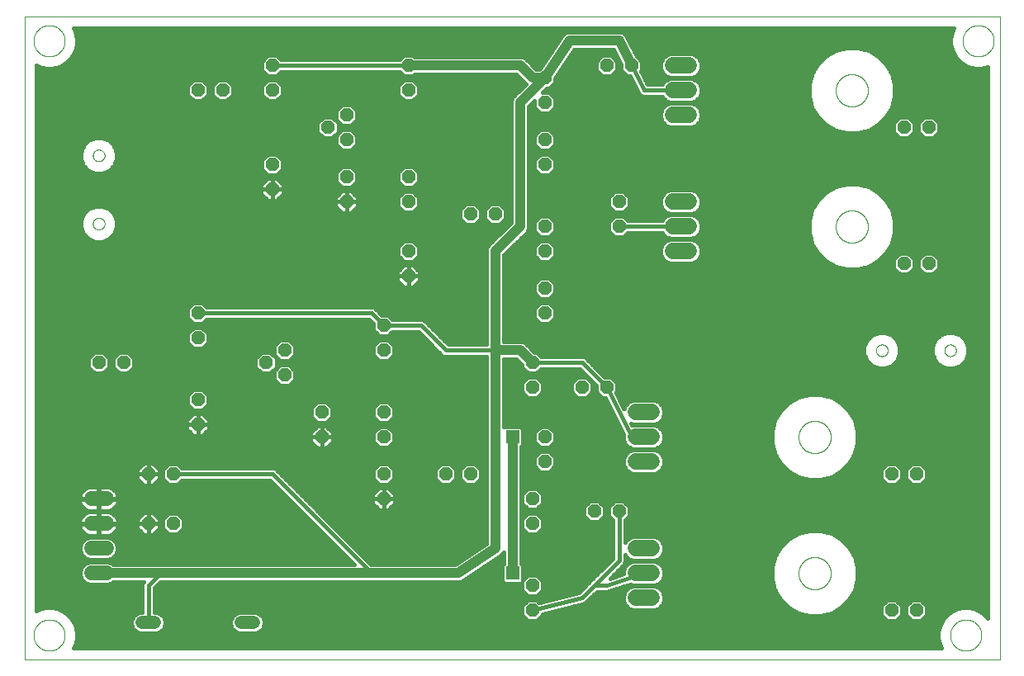
<source format=gbl>
G75*
%MOIN*%
%OFA0B0*%
%FSLAX25Y25*%
%IPPOS*%
%LPD*%
%AMOC8*
5,1,8,0,0,1.08239X$1,22.5*
%
%ADD10C,0.00000*%
%ADD11OC8,0.05200*%
%ADD12C,0.05200*%
%ADD13C,0.06000*%
%ADD14C,0.06600*%
%ADD15C,0.01600*%
%ADD16C,0.04000*%
%ADD17R,0.05315X0.05315*%
D10*
X0016800Y0011800D02*
X0016800Y0271761D01*
X0410501Y0271761D01*
X0410501Y0011800D01*
X0016800Y0011800D01*
X0020501Y0021800D02*
X0020503Y0021958D01*
X0020509Y0022116D01*
X0020519Y0022274D01*
X0020533Y0022432D01*
X0020551Y0022589D01*
X0020572Y0022746D01*
X0020598Y0022902D01*
X0020628Y0023058D01*
X0020661Y0023213D01*
X0020699Y0023366D01*
X0020740Y0023519D01*
X0020785Y0023671D01*
X0020834Y0023822D01*
X0020887Y0023971D01*
X0020943Y0024119D01*
X0021003Y0024265D01*
X0021067Y0024410D01*
X0021135Y0024553D01*
X0021206Y0024695D01*
X0021280Y0024835D01*
X0021358Y0024972D01*
X0021440Y0025108D01*
X0021524Y0025242D01*
X0021613Y0025373D01*
X0021704Y0025502D01*
X0021799Y0025629D01*
X0021896Y0025754D01*
X0021997Y0025876D01*
X0022101Y0025995D01*
X0022208Y0026112D01*
X0022318Y0026226D01*
X0022431Y0026337D01*
X0022546Y0026446D01*
X0022664Y0026551D01*
X0022785Y0026653D01*
X0022908Y0026753D01*
X0023034Y0026849D01*
X0023162Y0026942D01*
X0023292Y0027032D01*
X0023425Y0027118D01*
X0023560Y0027202D01*
X0023696Y0027281D01*
X0023835Y0027358D01*
X0023976Y0027430D01*
X0024118Y0027500D01*
X0024262Y0027565D01*
X0024408Y0027627D01*
X0024555Y0027685D01*
X0024704Y0027740D01*
X0024854Y0027791D01*
X0025005Y0027838D01*
X0025157Y0027881D01*
X0025310Y0027920D01*
X0025465Y0027956D01*
X0025620Y0027987D01*
X0025776Y0028015D01*
X0025932Y0028039D01*
X0026089Y0028059D01*
X0026247Y0028075D01*
X0026404Y0028087D01*
X0026563Y0028095D01*
X0026721Y0028099D01*
X0026879Y0028099D01*
X0027037Y0028095D01*
X0027196Y0028087D01*
X0027353Y0028075D01*
X0027511Y0028059D01*
X0027668Y0028039D01*
X0027824Y0028015D01*
X0027980Y0027987D01*
X0028135Y0027956D01*
X0028290Y0027920D01*
X0028443Y0027881D01*
X0028595Y0027838D01*
X0028746Y0027791D01*
X0028896Y0027740D01*
X0029045Y0027685D01*
X0029192Y0027627D01*
X0029338Y0027565D01*
X0029482Y0027500D01*
X0029624Y0027430D01*
X0029765Y0027358D01*
X0029904Y0027281D01*
X0030040Y0027202D01*
X0030175Y0027118D01*
X0030308Y0027032D01*
X0030438Y0026942D01*
X0030566Y0026849D01*
X0030692Y0026753D01*
X0030815Y0026653D01*
X0030936Y0026551D01*
X0031054Y0026446D01*
X0031169Y0026337D01*
X0031282Y0026226D01*
X0031392Y0026112D01*
X0031499Y0025995D01*
X0031603Y0025876D01*
X0031704Y0025754D01*
X0031801Y0025629D01*
X0031896Y0025502D01*
X0031987Y0025373D01*
X0032076Y0025242D01*
X0032160Y0025108D01*
X0032242Y0024972D01*
X0032320Y0024835D01*
X0032394Y0024695D01*
X0032465Y0024553D01*
X0032533Y0024410D01*
X0032597Y0024265D01*
X0032657Y0024119D01*
X0032713Y0023971D01*
X0032766Y0023822D01*
X0032815Y0023671D01*
X0032860Y0023519D01*
X0032901Y0023366D01*
X0032939Y0023213D01*
X0032972Y0023058D01*
X0033002Y0022902D01*
X0033028Y0022746D01*
X0033049Y0022589D01*
X0033067Y0022432D01*
X0033081Y0022274D01*
X0033091Y0022116D01*
X0033097Y0021958D01*
X0033099Y0021800D01*
X0033097Y0021642D01*
X0033091Y0021484D01*
X0033081Y0021326D01*
X0033067Y0021168D01*
X0033049Y0021011D01*
X0033028Y0020854D01*
X0033002Y0020698D01*
X0032972Y0020542D01*
X0032939Y0020387D01*
X0032901Y0020234D01*
X0032860Y0020081D01*
X0032815Y0019929D01*
X0032766Y0019778D01*
X0032713Y0019629D01*
X0032657Y0019481D01*
X0032597Y0019335D01*
X0032533Y0019190D01*
X0032465Y0019047D01*
X0032394Y0018905D01*
X0032320Y0018765D01*
X0032242Y0018628D01*
X0032160Y0018492D01*
X0032076Y0018358D01*
X0031987Y0018227D01*
X0031896Y0018098D01*
X0031801Y0017971D01*
X0031704Y0017846D01*
X0031603Y0017724D01*
X0031499Y0017605D01*
X0031392Y0017488D01*
X0031282Y0017374D01*
X0031169Y0017263D01*
X0031054Y0017154D01*
X0030936Y0017049D01*
X0030815Y0016947D01*
X0030692Y0016847D01*
X0030566Y0016751D01*
X0030438Y0016658D01*
X0030308Y0016568D01*
X0030175Y0016482D01*
X0030040Y0016398D01*
X0029904Y0016319D01*
X0029765Y0016242D01*
X0029624Y0016170D01*
X0029482Y0016100D01*
X0029338Y0016035D01*
X0029192Y0015973D01*
X0029045Y0015915D01*
X0028896Y0015860D01*
X0028746Y0015809D01*
X0028595Y0015762D01*
X0028443Y0015719D01*
X0028290Y0015680D01*
X0028135Y0015644D01*
X0027980Y0015613D01*
X0027824Y0015585D01*
X0027668Y0015561D01*
X0027511Y0015541D01*
X0027353Y0015525D01*
X0027196Y0015513D01*
X0027037Y0015505D01*
X0026879Y0015501D01*
X0026721Y0015501D01*
X0026563Y0015505D01*
X0026404Y0015513D01*
X0026247Y0015525D01*
X0026089Y0015541D01*
X0025932Y0015561D01*
X0025776Y0015585D01*
X0025620Y0015613D01*
X0025465Y0015644D01*
X0025310Y0015680D01*
X0025157Y0015719D01*
X0025005Y0015762D01*
X0024854Y0015809D01*
X0024704Y0015860D01*
X0024555Y0015915D01*
X0024408Y0015973D01*
X0024262Y0016035D01*
X0024118Y0016100D01*
X0023976Y0016170D01*
X0023835Y0016242D01*
X0023696Y0016319D01*
X0023560Y0016398D01*
X0023425Y0016482D01*
X0023292Y0016568D01*
X0023162Y0016658D01*
X0023034Y0016751D01*
X0022908Y0016847D01*
X0022785Y0016947D01*
X0022664Y0017049D01*
X0022546Y0017154D01*
X0022431Y0017263D01*
X0022318Y0017374D01*
X0022208Y0017488D01*
X0022101Y0017605D01*
X0021997Y0017724D01*
X0021896Y0017846D01*
X0021799Y0017971D01*
X0021704Y0018098D01*
X0021613Y0018227D01*
X0021524Y0018358D01*
X0021440Y0018492D01*
X0021358Y0018628D01*
X0021280Y0018765D01*
X0021206Y0018905D01*
X0021135Y0019047D01*
X0021067Y0019190D01*
X0021003Y0019335D01*
X0020943Y0019481D01*
X0020887Y0019629D01*
X0020834Y0019778D01*
X0020785Y0019929D01*
X0020740Y0020081D01*
X0020699Y0020234D01*
X0020661Y0020387D01*
X0020628Y0020542D01*
X0020598Y0020698D01*
X0020572Y0020854D01*
X0020551Y0021011D01*
X0020533Y0021168D01*
X0020519Y0021326D01*
X0020509Y0021484D01*
X0020503Y0021642D01*
X0020501Y0021800D01*
X0044438Y0187942D02*
X0044440Y0188039D01*
X0044446Y0188136D01*
X0044456Y0188232D01*
X0044470Y0188328D01*
X0044488Y0188424D01*
X0044509Y0188518D01*
X0044535Y0188612D01*
X0044564Y0188704D01*
X0044598Y0188795D01*
X0044634Y0188885D01*
X0044675Y0188973D01*
X0044719Y0189059D01*
X0044767Y0189144D01*
X0044818Y0189226D01*
X0044872Y0189307D01*
X0044930Y0189385D01*
X0044991Y0189460D01*
X0045054Y0189533D01*
X0045121Y0189604D01*
X0045191Y0189671D01*
X0045263Y0189736D01*
X0045338Y0189797D01*
X0045416Y0189856D01*
X0045495Y0189911D01*
X0045577Y0189963D01*
X0045661Y0190011D01*
X0045747Y0190056D01*
X0045835Y0190098D01*
X0045924Y0190136D01*
X0046015Y0190170D01*
X0046107Y0190200D01*
X0046200Y0190227D01*
X0046295Y0190249D01*
X0046390Y0190268D01*
X0046486Y0190283D01*
X0046582Y0190294D01*
X0046679Y0190301D01*
X0046776Y0190304D01*
X0046873Y0190303D01*
X0046970Y0190298D01*
X0047066Y0190289D01*
X0047162Y0190276D01*
X0047258Y0190259D01*
X0047353Y0190238D01*
X0047446Y0190214D01*
X0047539Y0190185D01*
X0047631Y0190153D01*
X0047721Y0190117D01*
X0047809Y0190078D01*
X0047896Y0190034D01*
X0047981Y0189988D01*
X0048064Y0189937D01*
X0048145Y0189884D01*
X0048223Y0189827D01*
X0048300Y0189767D01*
X0048373Y0189704D01*
X0048444Y0189638D01*
X0048512Y0189569D01*
X0048578Y0189497D01*
X0048640Y0189423D01*
X0048699Y0189346D01*
X0048755Y0189267D01*
X0048808Y0189185D01*
X0048858Y0189102D01*
X0048903Y0189016D01*
X0048946Y0188929D01*
X0048985Y0188840D01*
X0049020Y0188750D01*
X0049051Y0188658D01*
X0049078Y0188565D01*
X0049102Y0188471D01*
X0049122Y0188376D01*
X0049138Y0188280D01*
X0049150Y0188184D01*
X0049158Y0188087D01*
X0049162Y0187990D01*
X0049162Y0187894D01*
X0049158Y0187797D01*
X0049150Y0187700D01*
X0049138Y0187604D01*
X0049122Y0187508D01*
X0049102Y0187413D01*
X0049078Y0187319D01*
X0049051Y0187226D01*
X0049020Y0187134D01*
X0048985Y0187044D01*
X0048946Y0186955D01*
X0048903Y0186868D01*
X0048858Y0186782D01*
X0048808Y0186699D01*
X0048755Y0186617D01*
X0048699Y0186538D01*
X0048640Y0186461D01*
X0048578Y0186387D01*
X0048512Y0186315D01*
X0048444Y0186246D01*
X0048373Y0186180D01*
X0048300Y0186117D01*
X0048223Y0186057D01*
X0048145Y0186000D01*
X0048064Y0185947D01*
X0047981Y0185896D01*
X0047896Y0185850D01*
X0047809Y0185806D01*
X0047721Y0185767D01*
X0047631Y0185731D01*
X0047539Y0185699D01*
X0047446Y0185670D01*
X0047353Y0185646D01*
X0047258Y0185625D01*
X0047162Y0185608D01*
X0047066Y0185595D01*
X0046970Y0185586D01*
X0046873Y0185581D01*
X0046776Y0185580D01*
X0046679Y0185583D01*
X0046582Y0185590D01*
X0046486Y0185601D01*
X0046390Y0185616D01*
X0046295Y0185635D01*
X0046200Y0185657D01*
X0046107Y0185684D01*
X0046015Y0185714D01*
X0045924Y0185748D01*
X0045835Y0185786D01*
X0045747Y0185828D01*
X0045661Y0185873D01*
X0045577Y0185921D01*
X0045495Y0185973D01*
X0045416Y0186028D01*
X0045338Y0186087D01*
X0045263Y0186148D01*
X0045191Y0186213D01*
X0045121Y0186280D01*
X0045054Y0186351D01*
X0044991Y0186424D01*
X0044930Y0186499D01*
X0044872Y0186577D01*
X0044818Y0186658D01*
X0044767Y0186740D01*
X0044719Y0186825D01*
X0044675Y0186911D01*
X0044634Y0186999D01*
X0044598Y0187089D01*
X0044564Y0187180D01*
X0044535Y0187272D01*
X0044509Y0187366D01*
X0044488Y0187460D01*
X0044470Y0187556D01*
X0044456Y0187652D01*
X0044446Y0187748D01*
X0044440Y0187845D01*
X0044438Y0187942D01*
X0044438Y0215501D02*
X0044440Y0215598D01*
X0044446Y0215695D01*
X0044456Y0215791D01*
X0044470Y0215887D01*
X0044488Y0215983D01*
X0044509Y0216077D01*
X0044535Y0216171D01*
X0044564Y0216263D01*
X0044598Y0216354D01*
X0044634Y0216444D01*
X0044675Y0216532D01*
X0044719Y0216618D01*
X0044767Y0216703D01*
X0044818Y0216785D01*
X0044872Y0216866D01*
X0044930Y0216944D01*
X0044991Y0217019D01*
X0045054Y0217092D01*
X0045121Y0217163D01*
X0045191Y0217230D01*
X0045263Y0217295D01*
X0045338Y0217356D01*
X0045416Y0217415D01*
X0045495Y0217470D01*
X0045577Y0217522D01*
X0045661Y0217570D01*
X0045747Y0217615D01*
X0045835Y0217657D01*
X0045924Y0217695D01*
X0046015Y0217729D01*
X0046107Y0217759D01*
X0046200Y0217786D01*
X0046295Y0217808D01*
X0046390Y0217827D01*
X0046486Y0217842D01*
X0046582Y0217853D01*
X0046679Y0217860D01*
X0046776Y0217863D01*
X0046873Y0217862D01*
X0046970Y0217857D01*
X0047066Y0217848D01*
X0047162Y0217835D01*
X0047258Y0217818D01*
X0047353Y0217797D01*
X0047446Y0217773D01*
X0047539Y0217744D01*
X0047631Y0217712D01*
X0047721Y0217676D01*
X0047809Y0217637D01*
X0047896Y0217593D01*
X0047981Y0217547D01*
X0048064Y0217496D01*
X0048145Y0217443D01*
X0048223Y0217386D01*
X0048300Y0217326D01*
X0048373Y0217263D01*
X0048444Y0217197D01*
X0048512Y0217128D01*
X0048578Y0217056D01*
X0048640Y0216982D01*
X0048699Y0216905D01*
X0048755Y0216826D01*
X0048808Y0216744D01*
X0048858Y0216661D01*
X0048903Y0216575D01*
X0048946Y0216488D01*
X0048985Y0216399D01*
X0049020Y0216309D01*
X0049051Y0216217D01*
X0049078Y0216124D01*
X0049102Y0216030D01*
X0049122Y0215935D01*
X0049138Y0215839D01*
X0049150Y0215743D01*
X0049158Y0215646D01*
X0049162Y0215549D01*
X0049162Y0215453D01*
X0049158Y0215356D01*
X0049150Y0215259D01*
X0049138Y0215163D01*
X0049122Y0215067D01*
X0049102Y0214972D01*
X0049078Y0214878D01*
X0049051Y0214785D01*
X0049020Y0214693D01*
X0048985Y0214603D01*
X0048946Y0214514D01*
X0048903Y0214427D01*
X0048858Y0214341D01*
X0048808Y0214258D01*
X0048755Y0214176D01*
X0048699Y0214097D01*
X0048640Y0214020D01*
X0048578Y0213946D01*
X0048512Y0213874D01*
X0048444Y0213805D01*
X0048373Y0213739D01*
X0048300Y0213676D01*
X0048223Y0213616D01*
X0048145Y0213559D01*
X0048064Y0213506D01*
X0047981Y0213455D01*
X0047896Y0213409D01*
X0047809Y0213365D01*
X0047721Y0213326D01*
X0047631Y0213290D01*
X0047539Y0213258D01*
X0047446Y0213229D01*
X0047353Y0213205D01*
X0047258Y0213184D01*
X0047162Y0213167D01*
X0047066Y0213154D01*
X0046970Y0213145D01*
X0046873Y0213140D01*
X0046776Y0213139D01*
X0046679Y0213142D01*
X0046582Y0213149D01*
X0046486Y0213160D01*
X0046390Y0213175D01*
X0046295Y0213194D01*
X0046200Y0213216D01*
X0046107Y0213243D01*
X0046015Y0213273D01*
X0045924Y0213307D01*
X0045835Y0213345D01*
X0045747Y0213387D01*
X0045661Y0213432D01*
X0045577Y0213480D01*
X0045495Y0213532D01*
X0045416Y0213587D01*
X0045338Y0213646D01*
X0045263Y0213707D01*
X0045191Y0213772D01*
X0045121Y0213839D01*
X0045054Y0213910D01*
X0044991Y0213983D01*
X0044930Y0214058D01*
X0044872Y0214136D01*
X0044818Y0214217D01*
X0044767Y0214299D01*
X0044719Y0214384D01*
X0044675Y0214470D01*
X0044634Y0214558D01*
X0044598Y0214648D01*
X0044564Y0214739D01*
X0044535Y0214831D01*
X0044509Y0214925D01*
X0044488Y0215019D01*
X0044470Y0215115D01*
X0044456Y0215211D01*
X0044446Y0215307D01*
X0044440Y0215404D01*
X0044438Y0215501D01*
X0020501Y0261800D02*
X0020503Y0261958D01*
X0020509Y0262116D01*
X0020519Y0262274D01*
X0020533Y0262432D01*
X0020551Y0262589D01*
X0020572Y0262746D01*
X0020598Y0262902D01*
X0020628Y0263058D01*
X0020661Y0263213D01*
X0020699Y0263366D01*
X0020740Y0263519D01*
X0020785Y0263671D01*
X0020834Y0263822D01*
X0020887Y0263971D01*
X0020943Y0264119D01*
X0021003Y0264265D01*
X0021067Y0264410D01*
X0021135Y0264553D01*
X0021206Y0264695D01*
X0021280Y0264835D01*
X0021358Y0264972D01*
X0021440Y0265108D01*
X0021524Y0265242D01*
X0021613Y0265373D01*
X0021704Y0265502D01*
X0021799Y0265629D01*
X0021896Y0265754D01*
X0021997Y0265876D01*
X0022101Y0265995D01*
X0022208Y0266112D01*
X0022318Y0266226D01*
X0022431Y0266337D01*
X0022546Y0266446D01*
X0022664Y0266551D01*
X0022785Y0266653D01*
X0022908Y0266753D01*
X0023034Y0266849D01*
X0023162Y0266942D01*
X0023292Y0267032D01*
X0023425Y0267118D01*
X0023560Y0267202D01*
X0023696Y0267281D01*
X0023835Y0267358D01*
X0023976Y0267430D01*
X0024118Y0267500D01*
X0024262Y0267565D01*
X0024408Y0267627D01*
X0024555Y0267685D01*
X0024704Y0267740D01*
X0024854Y0267791D01*
X0025005Y0267838D01*
X0025157Y0267881D01*
X0025310Y0267920D01*
X0025465Y0267956D01*
X0025620Y0267987D01*
X0025776Y0268015D01*
X0025932Y0268039D01*
X0026089Y0268059D01*
X0026247Y0268075D01*
X0026404Y0268087D01*
X0026563Y0268095D01*
X0026721Y0268099D01*
X0026879Y0268099D01*
X0027037Y0268095D01*
X0027196Y0268087D01*
X0027353Y0268075D01*
X0027511Y0268059D01*
X0027668Y0268039D01*
X0027824Y0268015D01*
X0027980Y0267987D01*
X0028135Y0267956D01*
X0028290Y0267920D01*
X0028443Y0267881D01*
X0028595Y0267838D01*
X0028746Y0267791D01*
X0028896Y0267740D01*
X0029045Y0267685D01*
X0029192Y0267627D01*
X0029338Y0267565D01*
X0029482Y0267500D01*
X0029624Y0267430D01*
X0029765Y0267358D01*
X0029904Y0267281D01*
X0030040Y0267202D01*
X0030175Y0267118D01*
X0030308Y0267032D01*
X0030438Y0266942D01*
X0030566Y0266849D01*
X0030692Y0266753D01*
X0030815Y0266653D01*
X0030936Y0266551D01*
X0031054Y0266446D01*
X0031169Y0266337D01*
X0031282Y0266226D01*
X0031392Y0266112D01*
X0031499Y0265995D01*
X0031603Y0265876D01*
X0031704Y0265754D01*
X0031801Y0265629D01*
X0031896Y0265502D01*
X0031987Y0265373D01*
X0032076Y0265242D01*
X0032160Y0265108D01*
X0032242Y0264972D01*
X0032320Y0264835D01*
X0032394Y0264695D01*
X0032465Y0264553D01*
X0032533Y0264410D01*
X0032597Y0264265D01*
X0032657Y0264119D01*
X0032713Y0263971D01*
X0032766Y0263822D01*
X0032815Y0263671D01*
X0032860Y0263519D01*
X0032901Y0263366D01*
X0032939Y0263213D01*
X0032972Y0263058D01*
X0033002Y0262902D01*
X0033028Y0262746D01*
X0033049Y0262589D01*
X0033067Y0262432D01*
X0033081Y0262274D01*
X0033091Y0262116D01*
X0033097Y0261958D01*
X0033099Y0261800D01*
X0033097Y0261642D01*
X0033091Y0261484D01*
X0033081Y0261326D01*
X0033067Y0261168D01*
X0033049Y0261011D01*
X0033028Y0260854D01*
X0033002Y0260698D01*
X0032972Y0260542D01*
X0032939Y0260387D01*
X0032901Y0260234D01*
X0032860Y0260081D01*
X0032815Y0259929D01*
X0032766Y0259778D01*
X0032713Y0259629D01*
X0032657Y0259481D01*
X0032597Y0259335D01*
X0032533Y0259190D01*
X0032465Y0259047D01*
X0032394Y0258905D01*
X0032320Y0258765D01*
X0032242Y0258628D01*
X0032160Y0258492D01*
X0032076Y0258358D01*
X0031987Y0258227D01*
X0031896Y0258098D01*
X0031801Y0257971D01*
X0031704Y0257846D01*
X0031603Y0257724D01*
X0031499Y0257605D01*
X0031392Y0257488D01*
X0031282Y0257374D01*
X0031169Y0257263D01*
X0031054Y0257154D01*
X0030936Y0257049D01*
X0030815Y0256947D01*
X0030692Y0256847D01*
X0030566Y0256751D01*
X0030438Y0256658D01*
X0030308Y0256568D01*
X0030175Y0256482D01*
X0030040Y0256398D01*
X0029904Y0256319D01*
X0029765Y0256242D01*
X0029624Y0256170D01*
X0029482Y0256100D01*
X0029338Y0256035D01*
X0029192Y0255973D01*
X0029045Y0255915D01*
X0028896Y0255860D01*
X0028746Y0255809D01*
X0028595Y0255762D01*
X0028443Y0255719D01*
X0028290Y0255680D01*
X0028135Y0255644D01*
X0027980Y0255613D01*
X0027824Y0255585D01*
X0027668Y0255561D01*
X0027511Y0255541D01*
X0027353Y0255525D01*
X0027196Y0255513D01*
X0027037Y0255505D01*
X0026879Y0255501D01*
X0026721Y0255501D01*
X0026563Y0255505D01*
X0026404Y0255513D01*
X0026247Y0255525D01*
X0026089Y0255541D01*
X0025932Y0255561D01*
X0025776Y0255585D01*
X0025620Y0255613D01*
X0025465Y0255644D01*
X0025310Y0255680D01*
X0025157Y0255719D01*
X0025005Y0255762D01*
X0024854Y0255809D01*
X0024704Y0255860D01*
X0024555Y0255915D01*
X0024408Y0255973D01*
X0024262Y0256035D01*
X0024118Y0256100D01*
X0023976Y0256170D01*
X0023835Y0256242D01*
X0023696Y0256319D01*
X0023560Y0256398D01*
X0023425Y0256482D01*
X0023292Y0256568D01*
X0023162Y0256658D01*
X0023034Y0256751D01*
X0022908Y0256847D01*
X0022785Y0256947D01*
X0022664Y0257049D01*
X0022546Y0257154D01*
X0022431Y0257263D01*
X0022318Y0257374D01*
X0022208Y0257488D01*
X0022101Y0257605D01*
X0021997Y0257724D01*
X0021896Y0257846D01*
X0021799Y0257971D01*
X0021704Y0258098D01*
X0021613Y0258227D01*
X0021524Y0258358D01*
X0021440Y0258492D01*
X0021358Y0258628D01*
X0021280Y0258765D01*
X0021206Y0258905D01*
X0021135Y0259047D01*
X0021067Y0259190D01*
X0021003Y0259335D01*
X0020943Y0259481D01*
X0020887Y0259629D01*
X0020834Y0259778D01*
X0020785Y0259929D01*
X0020740Y0260081D01*
X0020699Y0260234D01*
X0020661Y0260387D01*
X0020628Y0260542D01*
X0020598Y0260698D01*
X0020572Y0260854D01*
X0020551Y0261011D01*
X0020533Y0261168D01*
X0020519Y0261326D01*
X0020509Y0261484D01*
X0020503Y0261642D01*
X0020501Y0261800D01*
X0329300Y0101800D02*
X0329302Y0101961D01*
X0329308Y0102121D01*
X0329318Y0102282D01*
X0329332Y0102442D01*
X0329350Y0102602D01*
X0329371Y0102761D01*
X0329397Y0102920D01*
X0329427Y0103078D01*
X0329460Y0103235D01*
X0329498Y0103392D01*
X0329539Y0103547D01*
X0329584Y0103701D01*
X0329633Y0103854D01*
X0329686Y0104006D01*
X0329742Y0104157D01*
X0329803Y0104306D01*
X0329866Y0104454D01*
X0329934Y0104600D01*
X0330005Y0104744D01*
X0330079Y0104886D01*
X0330157Y0105027D01*
X0330239Y0105165D01*
X0330324Y0105302D01*
X0330412Y0105436D01*
X0330504Y0105568D01*
X0330599Y0105698D01*
X0330697Y0105826D01*
X0330798Y0105951D01*
X0330902Y0106073D01*
X0331009Y0106193D01*
X0331119Y0106310D01*
X0331232Y0106425D01*
X0331348Y0106536D01*
X0331467Y0106645D01*
X0331588Y0106750D01*
X0331712Y0106853D01*
X0331838Y0106953D01*
X0331966Y0107049D01*
X0332097Y0107142D01*
X0332231Y0107232D01*
X0332366Y0107319D01*
X0332504Y0107402D01*
X0332643Y0107482D01*
X0332785Y0107558D01*
X0332928Y0107631D01*
X0333073Y0107700D01*
X0333220Y0107766D01*
X0333368Y0107828D01*
X0333518Y0107886D01*
X0333669Y0107941D01*
X0333822Y0107992D01*
X0333976Y0108039D01*
X0334131Y0108082D01*
X0334287Y0108121D01*
X0334443Y0108157D01*
X0334601Y0108188D01*
X0334759Y0108216D01*
X0334918Y0108240D01*
X0335078Y0108260D01*
X0335238Y0108276D01*
X0335398Y0108288D01*
X0335559Y0108296D01*
X0335720Y0108300D01*
X0335880Y0108300D01*
X0336041Y0108296D01*
X0336202Y0108288D01*
X0336362Y0108276D01*
X0336522Y0108260D01*
X0336682Y0108240D01*
X0336841Y0108216D01*
X0336999Y0108188D01*
X0337157Y0108157D01*
X0337313Y0108121D01*
X0337469Y0108082D01*
X0337624Y0108039D01*
X0337778Y0107992D01*
X0337931Y0107941D01*
X0338082Y0107886D01*
X0338232Y0107828D01*
X0338380Y0107766D01*
X0338527Y0107700D01*
X0338672Y0107631D01*
X0338815Y0107558D01*
X0338957Y0107482D01*
X0339096Y0107402D01*
X0339234Y0107319D01*
X0339369Y0107232D01*
X0339503Y0107142D01*
X0339634Y0107049D01*
X0339762Y0106953D01*
X0339888Y0106853D01*
X0340012Y0106750D01*
X0340133Y0106645D01*
X0340252Y0106536D01*
X0340368Y0106425D01*
X0340481Y0106310D01*
X0340591Y0106193D01*
X0340698Y0106073D01*
X0340802Y0105951D01*
X0340903Y0105826D01*
X0341001Y0105698D01*
X0341096Y0105568D01*
X0341188Y0105436D01*
X0341276Y0105302D01*
X0341361Y0105165D01*
X0341443Y0105027D01*
X0341521Y0104886D01*
X0341595Y0104744D01*
X0341666Y0104600D01*
X0341734Y0104454D01*
X0341797Y0104306D01*
X0341858Y0104157D01*
X0341914Y0104006D01*
X0341967Y0103854D01*
X0342016Y0103701D01*
X0342061Y0103547D01*
X0342102Y0103392D01*
X0342140Y0103235D01*
X0342173Y0103078D01*
X0342203Y0102920D01*
X0342229Y0102761D01*
X0342250Y0102602D01*
X0342268Y0102442D01*
X0342282Y0102282D01*
X0342292Y0102121D01*
X0342298Y0101961D01*
X0342300Y0101800D01*
X0342298Y0101639D01*
X0342292Y0101479D01*
X0342282Y0101318D01*
X0342268Y0101158D01*
X0342250Y0100998D01*
X0342229Y0100839D01*
X0342203Y0100680D01*
X0342173Y0100522D01*
X0342140Y0100365D01*
X0342102Y0100208D01*
X0342061Y0100053D01*
X0342016Y0099899D01*
X0341967Y0099746D01*
X0341914Y0099594D01*
X0341858Y0099443D01*
X0341797Y0099294D01*
X0341734Y0099146D01*
X0341666Y0099000D01*
X0341595Y0098856D01*
X0341521Y0098714D01*
X0341443Y0098573D01*
X0341361Y0098435D01*
X0341276Y0098298D01*
X0341188Y0098164D01*
X0341096Y0098032D01*
X0341001Y0097902D01*
X0340903Y0097774D01*
X0340802Y0097649D01*
X0340698Y0097527D01*
X0340591Y0097407D01*
X0340481Y0097290D01*
X0340368Y0097175D01*
X0340252Y0097064D01*
X0340133Y0096955D01*
X0340012Y0096850D01*
X0339888Y0096747D01*
X0339762Y0096647D01*
X0339634Y0096551D01*
X0339503Y0096458D01*
X0339369Y0096368D01*
X0339234Y0096281D01*
X0339096Y0096198D01*
X0338957Y0096118D01*
X0338815Y0096042D01*
X0338672Y0095969D01*
X0338527Y0095900D01*
X0338380Y0095834D01*
X0338232Y0095772D01*
X0338082Y0095714D01*
X0337931Y0095659D01*
X0337778Y0095608D01*
X0337624Y0095561D01*
X0337469Y0095518D01*
X0337313Y0095479D01*
X0337157Y0095443D01*
X0336999Y0095412D01*
X0336841Y0095384D01*
X0336682Y0095360D01*
X0336522Y0095340D01*
X0336362Y0095324D01*
X0336202Y0095312D01*
X0336041Y0095304D01*
X0335880Y0095300D01*
X0335720Y0095300D01*
X0335559Y0095304D01*
X0335398Y0095312D01*
X0335238Y0095324D01*
X0335078Y0095340D01*
X0334918Y0095360D01*
X0334759Y0095384D01*
X0334601Y0095412D01*
X0334443Y0095443D01*
X0334287Y0095479D01*
X0334131Y0095518D01*
X0333976Y0095561D01*
X0333822Y0095608D01*
X0333669Y0095659D01*
X0333518Y0095714D01*
X0333368Y0095772D01*
X0333220Y0095834D01*
X0333073Y0095900D01*
X0332928Y0095969D01*
X0332785Y0096042D01*
X0332643Y0096118D01*
X0332504Y0096198D01*
X0332366Y0096281D01*
X0332231Y0096368D01*
X0332097Y0096458D01*
X0331966Y0096551D01*
X0331838Y0096647D01*
X0331712Y0096747D01*
X0331588Y0096850D01*
X0331467Y0096955D01*
X0331348Y0097064D01*
X0331232Y0097175D01*
X0331119Y0097290D01*
X0331009Y0097407D01*
X0330902Y0097527D01*
X0330798Y0097649D01*
X0330697Y0097774D01*
X0330599Y0097902D01*
X0330504Y0098032D01*
X0330412Y0098164D01*
X0330324Y0098298D01*
X0330239Y0098435D01*
X0330157Y0098573D01*
X0330079Y0098714D01*
X0330005Y0098856D01*
X0329934Y0099000D01*
X0329866Y0099146D01*
X0329803Y0099294D01*
X0329742Y0099443D01*
X0329686Y0099594D01*
X0329633Y0099746D01*
X0329584Y0099899D01*
X0329539Y0100053D01*
X0329498Y0100208D01*
X0329460Y0100365D01*
X0329427Y0100522D01*
X0329397Y0100680D01*
X0329371Y0100839D01*
X0329350Y0100998D01*
X0329332Y0101158D01*
X0329318Y0101318D01*
X0329308Y0101479D01*
X0329302Y0101639D01*
X0329300Y0101800D01*
X0360580Y0136800D02*
X0360582Y0136897D01*
X0360588Y0136994D01*
X0360598Y0137090D01*
X0360612Y0137186D01*
X0360630Y0137282D01*
X0360651Y0137376D01*
X0360677Y0137470D01*
X0360706Y0137562D01*
X0360740Y0137653D01*
X0360776Y0137743D01*
X0360817Y0137831D01*
X0360861Y0137917D01*
X0360909Y0138002D01*
X0360960Y0138084D01*
X0361014Y0138165D01*
X0361072Y0138243D01*
X0361133Y0138318D01*
X0361196Y0138391D01*
X0361263Y0138462D01*
X0361333Y0138529D01*
X0361405Y0138594D01*
X0361480Y0138655D01*
X0361558Y0138714D01*
X0361637Y0138769D01*
X0361719Y0138821D01*
X0361803Y0138869D01*
X0361889Y0138914D01*
X0361977Y0138956D01*
X0362066Y0138994D01*
X0362157Y0139028D01*
X0362249Y0139058D01*
X0362342Y0139085D01*
X0362437Y0139107D01*
X0362532Y0139126D01*
X0362628Y0139141D01*
X0362724Y0139152D01*
X0362821Y0139159D01*
X0362918Y0139162D01*
X0363015Y0139161D01*
X0363112Y0139156D01*
X0363208Y0139147D01*
X0363304Y0139134D01*
X0363400Y0139117D01*
X0363495Y0139096D01*
X0363588Y0139072D01*
X0363681Y0139043D01*
X0363773Y0139011D01*
X0363863Y0138975D01*
X0363951Y0138936D01*
X0364038Y0138892D01*
X0364123Y0138846D01*
X0364206Y0138795D01*
X0364287Y0138742D01*
X0364365Y0138685D01*
X0364442Y0138625D01*
X0364515Y0138562D01*
X0364586Y0138496D01*
X0364654Y0138427D01*
X0364720Y0138355D01*
X0364782Y0138281D01*
X0364841Y0138204D01*
X0364897Y0138125D01*
X0364950Y0138043D01*
X0365000Y0137960D01*
X0365045Y0137874D01*
X0365088Y0137787D01*
X0365127Y0137698D01*
X0365162Y0137608D01*
X0365193Y0137516D01*
X0365220Y0137423D01*
X0365244Y0137329D01*
X0365264Y0137234D01*
X0365280Y0137138D01*
X0365292Y0137042D01*
X0365300Y0136945D01*
X0365304Y0136848D01*
X0365304Y0136752D01*
X0365300Y0136655D01*
X0365292Y0136558D01*
X0365280Y0136462D01*
X0365264Y0136366D01*
X0365244Y0136271D01*
X0365220Y0136177D01*
X0365193Y0136084D01*
X0365162Y0135992D01*
X0365127Y0135902D01*
X0365088Y0135813D01*
X0365045Y0135726D01*
X0365000Y0135640D01*
X0364950Y0135557D01*
X0364897Y0135475D01*
X0364841Y0135396D01*
X0364782Y0135319D01*
X0364720Y0135245D01*
X0364654Y0135173D01*
X0364586Y0135104D01*
X0364515Y0135038D01*
X0364442Y0134975D01*
X0364365Y0134915D01*
X0364287Y0134858D01*
X0364206Y0134805D01*
X0364123Y0134754D01*
X0364038Y0134708D01*
X0363951Y0134664D01*
X0363863Y0134625D01*
X0363773Y0134589D01*
X0363681Y0134557D01*
X0363588Y0134528D01*
X0363495Y0134504D01*
X0363400Y0134483D01*
X0363304Y0134466D01*
X0363208Y0134453D01*
X0363112Y0134444D01*
X0363015Y0134439D01*
X0362918Y0134438D01*
X0362821Y0134441D01*
X0362724Y0134448D01*
X0362628Y0134459D01*
X0362532Y0134474D01*
X0362437Y0134493D01*
X0362342Y0134515D01*
X0362249Y0134542D01*
X0362157Y0134572D01*
X0362066Y0134606D01*
X0361977Y0134644D01*
X0361889Y0134686D01*
X0361803Y0134731D01*
X0361719Y0134779D01*
X0361637Y0134831D01*
X0361558Y0134886D01*
X0361480Y0134945D01*
X0361405Y0135006D01*
X0361333Y0135071D01*
X0361263Y0135138D01*
X0361196Y0135209D01*
X0361133Y0135282D01*
X0361072Y0135357D01*
X0361014Y0135435D01*
X0360960Y0135516D01*
X0360909Y0135598D01*
X0360861Y0135683D01*
X0360817Y0135769D01*
X0360776Y0135857D01*
X0360740Y0135947D01*
X0360706Y0136038D01*
X0360677Y0136130D01*
X0360651Y0136224D01*
X0360630Y0136318D01*
X0360612Y0136414D01*
X0360598Y0136510D01*
X0360588Y0136606D01*
X0360582Y0136703D01*
X0360580Y0136800D01*
X0388139Y0136800D02*
X0388141Y0136897D01*
X0388147Y0136994D01*
X0388157Y0137090D01*
X0388171Y0137186D01*
X0388189Y0137282D01*
X0388210Y0137376D01*
X0388236Y0137470D01*
X0388265Y0137562D01*
X0388299Y0137653D01*
X0388335Y0137743D01*
X0388376Y0137831D01*
X0388420Y0137917D01*
X0388468Y0138002D01*
X0388519Y0138084D01*
X0388573Y0138165D01*
X0388631Y0138243D01*
X0388692Y0138318D01*
X0388755Y0138391D01*
X0388822Y0138462D01*
X0388892Y0138529D01*
X0388964Y0138594D01*
X0389039Y0138655D01*
X0389117Y0138714D01*
X0389196Y0138769D01*
X0389278Y0138821D01*
X0389362Y0138869D01*
X0389448Y0138914D01*
X0389536Y0138956D01*
X0389625Y0138994D01*
X0389716Y0139028D01*
X0389808Y0139058D01*
X0389901Y0139085D01*
X0389996Y0139107D01*
X0390091Y0139126D01*
X0390187Y0139141D01*
X0390283Y0139152D01*
X0390380Y0139159D01*
X0390477Y0139162D01*
X0390574Y0139161D01*
X0390671Y0139156D01*
X0390767Y0139147D01*
X0390863Y0139134D01*
X0390959Y0139117D01*
X0391054Y0139096D01*
X0391147Y0139072D01*
X0391240Y0139043D01*
X0391332Y0139011D01*
X0391422Y0138975D01*
X0391510Y0138936D01*
X0391597Y0138892D01*
X0391682Y0138846D01*
X0391765Y0138795D01*
X0391846Y0138742D01*
X0391924Y0138685D01*
X0392001Y0138625D01*
X0392074Y0138562D01*
X0392145Y0138496D01*
X0392213Y0138427D01*
X0392279Y0138355D01*
X0392341Y0138281D01*
X0392400Y0138204D01*
X0392456Y0138125D01*
X0392509Y0138043D01*
X0392559Y0137960D01*
X0392604Y0137874D01*
X0392647Y0137787D01*
X0392686Y0137698D01*
X0392721Y0137608D01*
X0392752Y0137516D01*
X0392779Y0137423D01*
X0392803Y0137329D01*
X0392823Y0137234D01*
X0392839Y0137138D01*
X0392851Y0137042D01*
X0392859Y0136945D01*
X0392863Y0136848D01*
X0392863Y0136752D01*
X0392859Y0136655D01*
X0392851Y0136558D01*
X0392839Y0136462D01*
X0392823Y0136366D01*
X0392803Y0136271D01*
X0392779Y0136177D01*
X0392752Y0136084D01*
X0392721Y0135992D01*
X0392686Y0135902D01*
X0392647Y0135813D01*
X0392604Y0135726D01*
X0392559Y0135640D01*
X0392509Y0135557D01*
X0392456Y0135475D01*
X0392400Y0135396D01*
X0392341Y0135319D01*
X0392279Y0135245D01*
X0392213Y0135173D01*
X0392145Y0135104D01*
X0392074Y0135038D01*
X0392001Y0134975D01*
X0391924Y0134915D01*
X0391846Y0134858D01*
X0391765Y0134805D01*
X0391682Y0134754D01*
X0391597Y0134708D01*
X0391510Y0134664D01*
X0391422Y0134625D01*
X0391332Y0134589D01*
X0391240Y0134557D01*
X0391147Y0134528D01*
X0391054Y0134504D01*
X0390959Y0134483D01*
X0390863Y0134466D01*
X0390767Y0134453D01*
X0390671Y0134444D01*
X0390574Y0134439D01*
X0390477Y0134438D01*
X0390380Y0134441D01*
X0390283Y0134448D01*
X0390187Y0134459D01*
X0390091Y0134474D01*
X0389996Y0134493D01*
X0389901Y0134515D01*
X0389808Y0134542D01*
X0389716Y0134572D01*
X0389625Y0134606D01*
X0389536Y0134644D01*
X0389448Y0134686D01*
X0389362Y0134731D01*
X0389278Y0134779D01*
X0389196Y0134831D01*
X0389117Y0134886D01*
X0389039Y0134945D01*
X0388964Y0135006D01*
X0388892Y0135071D01*
X0388822Y0135138D01*
X0388755Y0135209D01*
X0388692Y0135282D01*
X0388631Y0135357D01*
X0388573Y0135435D01*
X0388519Y0135516D01*
X0388468Y0135598D01*
X0388420Y0135683D01*
X0388376Y0135769D01*
X0388335Y0135857D01*
X0388299Y0135947D01*
X0388265Y0136038D01*
X0388236Y0136130D01*
X0388210Y0136224D01*
X0388189Y0136318D01*
X0388171Y0136414D01*
X0388157Y0136510D01*
X0388147Y0136606D01*
X0388141Y0136703D01*
X0388139Y0136800D01*
X0344300Y0186800D02*
X0344302Y0186961D01*
X0344308Y0187121D01*
X0344318Y0187282D01*
X0344332Y0187442D01*
X0344350Y0187602D01*
X0344371Y0187761D01*
X0344397Y0187920D01*
X0344427Y0188078D01*
X0344460Y0188235D01*
X0344498Y0188392D01*
X0344539Y0188547D01*
X0344584Y0188701D01*
X0344633Y0188854D01*
X0344686Y0189006D01*
X0344742Y0189157D01*
X0344803Y0189306D01*
X0344866Y0189454D01*
X0344934Y0189600D01*
X0345005Y0189744D01*
X0345079Y0189886D01*
X0345157Y0190027D01*
X0345239Y0190165D01*
X0345324Y0190302D01*
X0345412Y0190436D01*
X0345504Y0190568D01*
X0345599Y0190698D01*
X0345697Y0190826D01*
X0345798Y0190951D01*
X0345902Y0191073D01*
X0346009Y0191193D01*
X0346119Y0191310D01*
X0346232Y0191425D01*
X0346348Y0191536D01*
X0346467Y0191645D01*
X0346588Y0191750D01*
X0346712Y0191853D01*
X0346838Y0191953D01*
X0346966Y0192049D01*
X0347097Y0192142D01*
X0347231Y0192232D01*
X0347366Y0192319D01*
X0347504Y0192402D01*
X0347643Y0192482D01*
X0347785Y0192558D01*
X0347928Y0192631D01*
X0348073Y0192700D01*
X0348220Y0192766D01*
X0348368Y0192828D01*
X0348518Y0192886D01*
X0348669Y0192941D01*
X0348822Y0192992D01*
X0348976Y0193039D01*
X0349131Y0193082D01*
X0349287Y0193121D01*
X0349443Y0193157D01*
X0349601Y0193188D01*
X0349759Y0193216D01*
X0349918Y0193240D01*
X0350078Y0193260D01*
X0350238Y0193276D01*
X0350398Y0193288D01*
X0350559Y0193296D01*
X0350720Y0193300D01*
X0350880Y0193300D01*
X0351041Y0193296D01*
X0351202Y0193288D01*
X0351362Y0193276D01*
X0351522Y0193260D01*
X0351682Y0193240D01*
X0351841Y0193216D01*
X0351999Y0193188D01*
X0352157Y0193157D01*
X0352313Y0193121D01*
X0352469Y0193082D01*
X0352624Y0193039D01*
X0352778Y0192992D01*
X0352931Y0192941D01*
X0353082Y0192886D01*
X0353232Y0192828D01*
X0353380Y0192766D01*
X0353527Y0192700D01*
X0353672Y0192631D01*
X0353815Y0192558D01*
X0353957Y0192482D01*
X0354096Y0192402D01*
X0354234Y0192319D01*
X0354369Y0192232D01*
X0354503Y0192142D01*
X0354634Y0192049D01*
X0354762Y0191953D01*
X0354888Y0191853D01*
X0355012Y0191750D01*
X0355133Y0191645D01*
X0355252Y0191536D01*
X0355368Y0191425D01*
X0355481Y0191310D01*
X0355591Y0191193D01*
X0355698Y0191073D01*
X0355802Y0190951D01*
X0355903Y0190826D01*
X0356001Y0190698D01*
X0356096Y0190568D01*
X0356188Y0190436D01*
X0356276Y0190302D01*
X0356361Y0190165D01*
X0356443Y0190027D01*
X0356521Y0189886D01*
X0356595Y0189744D01*
X0356666Y0189600D01*
X0356734Y0189454D01*
X0356797Y0189306D01*
X0356858Y0189157D01*
X0356914Y0189006D01*
X0356967Y0188854D01*
X0357016Y0188701D01*
X0357061Y0188547D01*
X0357102Y0188392D01*
X0357140Y0188235D01*
X0357173Y0188078D01*
X0357203Y0187920D01*
X0357229Y0187761D01*
X0357250Y0187602D01*
X0357268Y0187442D01*
X0357282Y0187282D01*
X0357292Y0187121D01*
X0357298Y0186961D01*
X0357300Y0186800D01*
X0357298Y0186639D01*
X0357292Y0186479D01*
X0357282Y0186318D01*
X0357268Y0186158D01*
X0357250Y0185998D01*
X0357229Y0185839D01*
X0357203Y0185680D01*
X0357173Y0185522D01*
X0357140Y0185365D01*
X0357102Y0185208D01*
X0357061Y0185053D01*
X0357016Y0184899D01*
X0356967Y0184746D01*
X0356914Y0184594D01*
X0356858Y0184443D01*
X0356797Y0184294D01*
X0356734Y0184146D01*
X0356666Y0184000D01*
X0356595Y0183856D01*
X0356521Y0183714D01*
X0356443Y0183573D01*
X0356361Y0183435D01*
X0356276Y0183298D01*
X0356188Y0183164D01*
X0356096Y0183032D01*
X0356001Y0182902D01*
X0355903Y0182774D01*
X0355802Y0182649D01*
X0355698Y0182527D01*
X0355591Y0182407D01*
X0355481Y0182290D01*
X0355368Y0182175D01*
X0355252Y0182064D01*
X0355133Y0181955D01*
X0355012Y0181850D01*
X0354888Y0181747D01*
X0354762Y0181647D01*
X0354634Y0181551D01*
X0354503Y0181458D01*
X0354369Y0181368D01*
X0354234Y0181281D01*
X0354096Y0181198D01*
X0353957Y0181118D01*
X0353815Y0181042D01*
X0353672Y0180969D01*
X0353527Y0180900D01*
X0353380Y0180834D01*
X0353232Y0180772D01*
X0353082Y0180714D01*
X0352931Y0180659D01*
X0352778Y0180608D01*
X0352624Y0180561D01*
X0352469Y0180518D01*
X0352313Y0180479D01*
X0352157Y0180443D01*
X0351999Y0180412D01*
X0351841Y0180384D01*
X0351682Y0180360D01*
X0351522Y0180340D01*
X0351362Y0180324D01*
X0351202Y0180312D01*
X0351041Y0180304D01*
X0350880Y0180300D01*
X0350720Y0180300D01*
X0350559Y0180304D01*
X0350398Y0180312D01*
X0350238Y0180324D01*
X0350078Y0180340D01*
X0349918Y0180360D01*
X0349759Y0180384D01*
X0349601Y0180412D01*
X0349443Y0180443D01*
X0349287Y0180479D01*
X0349131Y0180518D01*
X0348976Y0180561D01*
X0348822Y0180608D01*
X0348669Y0180659D01*
X0348518Y0180714D01*
X0348368Y0180772D01*
X0348220Y0180834D01*
X0348073Y0180900D01*
X0347928Y0180969D01*
X0347785Y0181042D01*
X0347643Y0181118D01*
X0347504Y0181198D01*
X0347366Y0181281D01*
X0347231Y0181368D01*
X0347097Y0181458D01*
X0346966Y0181551D01*
X0346838Y0181647D01*
X0346712Y0181747D01*
X0346588Y0181850D01*
X0346467Y0181955D01*
X0346348Y0182064D01*
X0346232Y0182175D01*
X0346119Y0182290D01*
X0346009Y0182407D01*
X0345902Y0182527D01*
X0345798Y0182649D01*
X0345697Y0182774D01*
X0345599Y0182902D01*
X0345504Y0183032D01*
X0345412Y0183164D01*
X0345324Y0183298D01*
X0345239Y0183435D01*
X0345157Y0183573D01*
X0345079Y0183714D01*
X0345005Y0183856D01*
X0344934Y0184000D01*
X0344866Y0184146D01*
X0344803Y0184294D01*
X0344742Y0184443D01*
X0344686Y0184594D01*
X0344633Y0184746D01*
X0344584Y0184899D01*
X0344539Y0185053D01*
X0344498Y0185208D01*
X0344460Y0185365D01*
X0344427Y0185522D01*
X0344397Y0185680D01*
X0344371Y0185839D01*
X0344350Y0185998D01*
X0344332Y0186158D01*
X0344318Y0186318D01*
X0344308Y0186479D01*
X0344302Y0186639D01*
X0344300Y0186800D01*
X0344300Y0241800D02*
X0344302Y0241961D01*
X0344308Y0242121D01*
X0344318Y0242282D01*
X0344332Y0242442D01*
X0344350Y0242602D01*
X0344371Y0242761D01*
X0344397Y0242920D01*
X0344427Y0243078D01*
X0344460Y0243235D01*
X0344498Y0243392D01*
X0344539Y0243547D01*
X0344584Y0243701D01*
X0344633Y0243854D01*
X0344686Y0244006D01*
X0344742Y0244157D01*
X0344803Y0244306D01*
X0344866Y0244454D01*
X0344934Y0244600D01*
X0345005Y0244744D01*
X0345079Y0244886D01*
X0345157Y0245027D01*
X0345239Y0245165D01*
X0345324Y0245302D01*
X0345412Y0245436D01*
X0345504Y0245568D01*
X0345599Y0245698D01*
X0345697Y0245826D01*
X0345798Y0245951D01*
X0345902Y0246073D01*
X0346009Y0246193D01*
X0346119Y0246310D01*
X0346232Y0246425D01*
X0346348Y0246536D01*
X0346467Y0246645D01*
X0346588Y0246750D01*
X0346712Y0246853D01*
X0346838Y0246953D01*
X0346966Y0247049D01*
X0347097Y0247142D01*
X0347231Y0247232D01*
X0347366Y0247319D01*
X0347504Y0247402D01*
X0347643Y0247482D01*
X0347785Y0247558D01*
X0347928Y0247631D01*
X0348073Y0247700D01*
X0348220Y0247766D01*
X0348368Y0247828D01*
X0348518Y0247886D01*
X0348669Y0247941D01*
X0348822Y0247992D01*
X0348976Y0248039D01*
X0349131Y0248082D01*
X0349287Y0248121D01*
X0349443Y0248157D01*
X0349601Y0248188D01*
X0349759Y0248216D01*
X0349918Y0248240D01*
X0350078Y0248260D01*
X0350238Y0248276D01*
X0350398Y0248288D01*
X0350559Y0248296D01*
X0350720Y0248300D01*
X0350880Y0248300D01*
X0351041Y0248296D01*
X0351202Y0248288D01*
X0351362Y0248276D01*
X0351522Y0248260D01*
X0351682Y0248240D01*
X0351841Y0248216D01*
X0351999Y0248188D01*
X0352157Y0248157D01*
X0352313Y0248121D01*
X0352469Y0248082D01*
X0352624Y0248039D01*
X0352778Y0247992D01*
X0352931Y0247941D01*
X0353082Y0247886D01*
X0353232Y0247828D01*
X0353380Y0247766D01*
X0353527Y0247700D01*
X0353672Y0247631D01*
X0353815Y0247558D01*
X0353957Y0247482D01*
X0354096Y0247402D01*
X0354234Y0247319D01*
X0354369Y0247232D01*
X0354503Y0247142D01*
X0354634Y0247049D01*
X0354762Y0246953D01*
X0354888Y0246853D01*
X0355012Y0246750D01*
X0355133Y0246645D01*
X0355252Y0246536D01*
X0355368Y0246425D01*
X0355481Y0246310D01*
X0355591Y0246193D01*
X0355698Y0246073D01*
X0355802Y0245951D01*
X0355903Y0245826D01*
X0356001Y0245698D01*
X0356096Y0245568D01*
X0356188Y0245436D01*
X0356276Y0245302D01*
X0356361Y0245165D01*
X0356443Y0245027D01*
X0356521Y0244886D01*
X0356595Y0244744D01*
X0356666Y0244600D01*
X0356734Y0244454D01*
X0356797Y0244306D01*
X0356858Y0244157D01*
X0356914Y0244006D01*
X0356967Y0243854D01*
X0357016Y0243701D01*
X0357061Y0243547D01*
X0357102Y0243392D01*
X0357140Y0243235D01*
X0357173Y0243078D01*
X0357203Y0242920D01*
X0357229Y0242761D01*
X0357250Y0242602D01*
X0357268Y0242442D01*
X0357282Y0242282D01*
X0357292Y0242121D01*
X0357298Y0241961D01*
X0357300Y0241800D01*
X0357298Y0241639D01*
X0357292Y0241479D01*
X0357282Y0241318D01*
X0357268Y0241158D01*
X0357250Y0240998D01*
X0357229Y0240839D01*
X0357203Y0240680D01*
X0357173Y0240522D01*
X0357140Y0240365D01*
X0357102Y0240208D01*
X0357061Y0240053D01*
X0357016Y0239899D01*
X0356967Y0239746D01*
X0356914Y0239594D01*
X0356858Y0239443D01*
X0356797Y0239294D01*
X0356734Y0239146D01*
X0356666Y0239000D01*
X0356595Y0238856D01*
X0356521Y0238714D01*
X0356443Y0238573D01*
X0356361Y0238435D01*
X0356276Y0238298D01*
X0356188Y0238164D01*
X0356096Y0238032D01*
X0356001Y0237902D01*
X0355903Y0237774D01*
X0355802Y0237649D01*
X0355698Y0237527D01*
X0355591Y0237407D01*
X0355481Y0237290D01*
X0355368Y0237175D01*
X0355252Y0237064D01*
X0355133Y0236955D01*
X0355012Y0236850D01*
X0354888Y0236747D01*
X0354762Y0236647D01*
X0354634Y0236551D01*
X0354503Y0236458D01*
X0354369Y0236368D01*
X0354234Y0236281D01*
X0354096Y0236198D01*
X0353957Y0236118D01*
X0353815Y0236042D01*
X0353672Y0235969D01*
X0353527Y0235900D01*
X0353380Y0235834D01*
X0353232Y0235772D01*
X0353082Y0235714D01*
X0352931Y0235659D01*
X0352778Y0235608D01*
X0352624Y0235561D01*
X0352469Y0235518D01*
X0352313Y0235479D01*
X0352157Y0235443D01*
X0351999Y0235412D01*
X0351841Y0235384D01*
X0351682Y0235360D01*
X0351522Y0235340D01*
X0351362Y0235324D01*
X0351202Y0235312D01*
X0351041Y0235304D01*
X0350880Y0235300D01*
X0350720Y0235300D01*
X0350559Y0235304D01*
X0350398Y0235312D01*
X0350238Y0235324D01*
X0350078Y0235340D01*
X0349918Y0235360D01*
X0349759Y0235384D01*
X0349601Y0235412D01*
X0349443Y0235443D01*
X0349287Y0235479D01*
X0349131Y0235518D01*
X0348976Y0235561D01*
X0348822Y0235608D01*
X0348669Y0235659D01*
X0348518Y0235714D01*
X0348368Y0235772D01*
X0348220Y0235834D01*
X0348073Y0235900D01*
X0347928Y0235969D01*
X0347785Y0236042D01*
X0347643Y0236118D01*
X0347504Y0236198D01*
X0347366Y0236281D01*
X0347231Y0236368D01*
X0347097Y0236458D01*
X0346966Y0236551D01*
X0346838Y0236647D01*
X0346712Y0236747D01*
X0346588Y0236850D01*
X0346467Y0236955D01*
X0346348Y0237064D01*
X0346232Y0237175D01*
X0346119Y0237290D01*
X0346009Y0237407D01*
X0345902Y0237527D01*
X0345798Y0237649D01*
X0345697Y0237774D01*
X0345599Y0237902D01*
X0345504Y0238032D01*
X0345412Y0238164D01*
X0345324Y0238298D01*
X0345239Y0238435D01*
X0345157Y0238573D01*
X0345079Y0238714D01*
X0345005Y0238856D01*
X0344934Y0239000D01*
X0344866Y0239146D01*
X0344803Y0239294D01*
X0344742Y0239443D01*
X0344686Y0239594D01*
X0344633Y0239746D01*
X0344584Y0239899D01*
X0344539Y0240053D01*
X0344498Y0240208D01*
X0344460Y0240365D01*
X0344427Y0240522D01*
X0344397Y0240680D01*
X0344371Y0240839D01*
X0344350Y0240998D01*
X0344332Y0241158D01*
X0344318Y0241318D01*
X0344308Y0241479D01*
X0344302Y0241639D01*
X0344300Y0241800D01*
X0395501Y0261800D02*
X0395503Y0261958D01*
X0395509Y0262116D01*
X0395519Y0262274D01*
X0395533Y0262432D01*
X0395551Y0262589D01*
X0395572Y0262746D01*
X0395598Y0262902D01*
X0395628Y0263058D01*
X0395661Y0263213D01*
X0395699Y0263366D01*
X0395740Y0263519D01*
X0395785Y0263671D01*
X0395834Y0263822D01*
X0395887Y0263971D01*
X0395943Y0264119D01*
X0396003Y0264265D01*
X0396067Y0264410D01*
X0396135Y0264553D01*
X0396206Y0264695D01*
X0396280Y0264835D01*
X0396358Y0264972D01*
X0396440Y0265108D01*
X0396524Y0265242D01*
X0396613Y0265373D01*
X0396704Y0265502D01*
X0396799Y0265629D01*
X0396896Y0265754D01*
X0396997Y0265876D01*
X0397101Y0265995D01*
X0397208Y0266112D01*
X0397318Y0266226D01*
X0397431Y0266337D01*
X0397546Y0266446D01*
X0397664Y0266551D01*
X0397785Y0266653D01*
X0397908Y0266753D01*
X0398034Y0266849D01*
X0398162Y0266942D01*
X0398292Y0267032D01*
X0398425Y0267118D01*
X0398560Y0267202D01*
X0398696Y0267281D01*
X0398835Y0267358D01*
X0398976Y0267430D01*
X0399118Y0267500D01*
X0399262Y0267565D01*
X0399408Y0267627D01*
X0399555Y0267685D01*
X0399704Y0267740D01*
X0399854Y0267791D01*
X0400005Y0267838D01*
X0400157Y0267881D01*
X0400310Y0267920D01*
X0400465Y0267956D01*
X0400620Y0267987D01*
X0400776Y0268015D01*
X0400932Y0268039D01*
X0401089Y0268059D01*
X0401247Y0268075D01*
X0401404Y0268087D01*
X0401563Y0268095D01*
X0401721Y0268099D01*
X0401879Y0268099D01*
X0402037Y0268095D01*
X0402196Y0268087D01*
X0402353Y0268075D01*
X0402511Y0268059D01*
X0402668Y0268039D01*
X0402824Y0268015D01*
X0402980Y0267987D01*
X0403135Y0267956D01*
X0403290Y0267920D01*
X0403443Y0267881D01*
X0403595Y0267838D01*
X0403746Y0267791D01*
X0403896Y0267740D01*
X0404045Y0267685D01*
X0404192Y0267627D01*
X0404338Y0267565D01*
X0404482Y0267500D01*
X0404624Y0267430D01*
X0404765Y0267358D01*
X0404904Y0267281D01*
X0405040Y0267202D01*
X0405175Y0267118D01*
X0405308Y0267032D01*
X0405438Y0266942D01*
X0405566Y0266849D01*
X0405692Y0266753D01*
X0405815Y0266653D01*
X0405936Y0266551D01*
X0406054Y0266446D01*
X0406169Y0266337D01*
X0406282Y0266226D01*
X0406392Y0266112D01*
X0406499Y0265995D01*
X0406603Y0265876D01*
X0406704Y0265754D01*
X0406801Y0265629D01*
X0406896Y0265502D01*
X0406987Y0265373D01*
X0407076Y0265242D01*
X0407160Y0265108D01*
X0407242Y0264972D01*
X0407320Y0264835D01*
X0407394Y0264695D01*
X0407465Y0264553D01*
X0407533Y0264410D01*
X0407597Y0264265D01*
X0407657Y0264119D01*
X0407713Y0263971D01*
X0407766Y0263822D01*
X0407815Y0263671D01*
X0407860Y0263519D01*
X0407901Y0263366D01*
X0407939Y0263213D01*
X0407972Y0263058D01*
X0408002Y0262902D01*
X0408028Y0262746D01*
X0408049Y0262589D01*
X0408067Y0262432D01*
X0408081Y0262274D01*
X0408091Y0262116D01*
X0408097Y0261958D01*
X0408099Y0261800D01*
X0408097Y0261642D01*
X0408091Y0261484D01*
X0408081Y0261326D01*
X0408067Y0261168D01*
X0408049Y0261011D01*
X0408028Y0260854D01*
X0408002Y0260698D01*
X0407972Y0260542D01*
X0407939Y0260387D01*
X0407901Y0260234D01*
X0407860Y0260081D01*
X0407815Y0259929D01*
X0407766Y0259778D01*
X0407713Y0259629D01*
X0407657Y0259481D01*
X0407597Y0259335D01*
X0407533Y0259190D01*
X0407465Y0259047D01*
X0407394Y0258905D01*
X0407320Y0258765D01*
X0407242Y0258628D01*
X0407160Y0258492D01*
X0407076Y0258358D01*
X0406987Y0258227D01*
X0406896Y0258098D01*
X0406801Y0257971D01*
X0406704Y0257846D01*
X0406603Y0257724D01*
X0406499Y0257605D01*
X0406392Y0257488D01*
X0406282Y0257374D01*
X0406169Y0257263D01*
X0406054Y0257154D01*
X0405936Y0257049D01*
X0405815Y0256947D01*
X0405692Y0256847D01*
X0405566Y0256751D01*
X0405438Y0256658D01*
X0405308Y0256568D01*
X0405175Y0256482D01*
X0405040Y0256398D01*
X0404904Y0256319D01*
X0404765Y0256242D01*
X0404624Y0256170D01*
X0404482Y0256100D01*
X0404338Y0256035D01*
X0404192Y0255973D01*
X0404045Y0255915D01*
X0403896Y0255860D01*
X0403746Y0255809D01*
X0403595Y0255762D01*
X0403443Y0255719D01*
X0403290Y0255680D01*
X0403135Y0255644D01*
X0402980Y0255613D01*
X0402824Y0255585D01*
X0402668Y0255561D01*
X0402511Y0255541D01*
X0402353Y0255525D01*
X0402196Y0255513D01*
X0402037Y0255505D01*
X0401879Y0255501D01*
X0401721Y0255501D01*
X0401563Y0255505D01*
X0401404Y0255513D01*
X0401247Y0255525D01*
X0401089Y0255541D01*
X0400932Y0255561D01*
X0400776Y0255585D01*
X0400620Y0255613D01*
X0400465Y0255644D01*
X0400310Y0255680D01*
X0400157Y0255719D01*
X0400005Y0255762D01*
X0399854Y0255809D01*
X0399704Y0255860D01*
X0399555Y0255915D01*
X0399408Y0255973D01*
X0399262Y0256035D01*
X0399118Y0256100D01*
X0398976Y0256170D01*
X0398835Y0256242D01*
X0398696Y0256319D01*
X0398560Y0256398D01*
X0398425Y0256482D01*
X0398292Y0256568D01*
X0398162Y0256658D01*
X0398034Y0256751D01*
X0397908Y0256847D01*
X0397785Y0256947D01*
X0397664Y0257049D01*
X0397546Y0257154D01*
X0397431Y0257263D01*
X0397318Y0257374D01*
X0397208Y0257488D01*
X0397101Y0257605D01*
X0396997Y0257724D01*
X0396896Y0257846D01*
X0396799Y0257971D01*
X0396704Y0258098D01*
X0396613Y0258227D01*
X0396524Y0258358D01*
X0396440Y0258492D01*
X0396358Y0258628D01*
X0396280Y0258765D01*
X0396206Y0258905D01*
X0396135Y0259047D01*
X0396067Y0259190D01*
X0396003Y0259335D01*
X0395943Y0259481D01*
X0395887Y0259629D01*
X0395834Y0259778D01*
X0395785Y0259929D01*
X0395740Y0260081D01*
X0395699Y0260234D01*
X0395661Y0260387D01*
X0395628Y0260542D01*
X0395598Y0260698D01*
X0395572Y0260854D01*
X0395551Y0261011D01*
X0395533Y0261168D01*
X0395519Y0261326D01*
X0395509Y0261484D01*
X0395503Y0261642D01*
X0395501Y0261800D01*
X0329300Y0046800D02*
X0329302Y0046961D01*
X0329308Y0047121D01*
X0329318Y0047282D01*
X0329332Y0047442D01*
X0329350Y0047602D01*
X0329371Y0047761D01*
X0329397Y0047920D01*
X0329427Y0048078D01*
X0329460Y0048235D01*
X0329498Y0048392D01*
X0329539Y0048547D01*
X0329584Y0048701D01*
X0329633Y0048854D01*
X0329686Y0049006D01*
X0329742Y0049157D01*
X0329803Y0049306D01*
X0329866Y0049454D01*
X0329934Y0049600D01*
X0330005Y0049744D01*
X0330079Y0049886D01*
X0330157Y0050027D01*
X0330239Y0050165D01*
X0330324Y0050302D01*
X0330412Y0050436D01*
X0330504Y0050568D01*
X0330599Y0050698D01*
X0330697Y0050826D01*
X0330798Y0050951D01*
X0330902Y0051073D01*
X0331009Y0051193D01*
X0331119Y0051310D01*
X0331232Y0051425D01*
X0331348Y0051536D01*
X0331467Y0051645D01*
X0331588Y0051750D01*
X0331712Y0051853D01*
X0331838Y0051953D01*
X0331966Y0052049D01*
X0332097Y0052142D01*
X0332231Y0052232D01*
X0332366Y0052319D01*
X0332504Y0052402D01*
X0332643Y0052482D01*
X0332785Y0052558D01*
X0332928Y0052631D01*
X0333073Y0052700D01*
X0333220Y0052766D01*
X0333368Y0052828D01*
X0333518Y0052886D01*
X0333669Y0052941D01*
X0333822Y0052992D01*
X0333976Y0053039D01*
X0334131Y0053082D01*
X0334287Y0053121D01*
X0334443Y0053157D01*
X0334601Y0053188D01*
X0334759Y0053216D01*
X0334918Y0053240D01*
X0335078Y0053260D01*
X0335238Y0053276D01*
X0335398Y0053288D01*
X0335559Y0053296D01*
X0335720Y0053300D01*
X0335880Y0053300D01*
X0336041Y0053296D01*
X0336202Y0053288D01*
X0336362Y0053276D01*
X0336522Y0053260D01*
X0336682Y0053240D01*
X0336841Y0053216D01*
X0336999Y0053188D01*
X0337157Y0053157D01*
X0337313Y0053121D01*
X0337469Y0053082D01*
X0337624Y0053039D01*
X0337778Y0052992D01*
X0337931Y0052941D01*
X0338082Y0052886D01*
X0338232Y0052828D01*
X0338380Y0052766D01*
X0338527Y0052700D01*
X0338672Y0052631D01*
X0338815Y0052558D01*
X0338957Y0052482D01*
X0339096Y0052402D01*
X0339234Y0052319D01*
X0339369Y0052232D01*
X0339503Y0052142D01*
X0339634Y0052049D01*
X0339762Y0051953D01*
X0339888Y0051853D01*
X0340012Y0051750D01*
X0340133Y0051645D01*
X0340252Y0051536D01*
X0340368Y0051425D01*
X0340481Y0051310D01*
X0340591Y0051193D01*
X0340698Y0051073D01*
X0340802Y0050951D01*
X0340903Y0050826D01*
X0341001Y0050698D01*
X0341096Y0050568D01*
X0341188Y0050436D01*
X0341276Y0050302D01*
X0341361Y0050165D01*
X0341443Y0050027D01*
X0341521Y0049886D01*
X0341595Y0049744D01*
X0341666Y0049600D01*
X0341734Y0049454D01*
X0341797Y0049306D01*
X0341858Y0049157D01*
X0341914Y0049006D01*
X0341967Y0048854D01*
X0342016Y0048701D01*
X0342061Y0048547D01*
X0342102Y0048392D01*
X0342140Y0048235D01*
X0342173Y0048078D01*
X0342203Y0047920D01*
X0342229Y0047761D01*
X0342250Y0047602D01*
X0342268Y0047442D01*
X0342282Y0047282D01*
X0342292Y0047121D01*
X0342298Y0046961D01*
X0342300Y0046800D01*
X0342298Y0046639D01*
X0342292Y0046479D01*
X0342282Y0046318D01*
X0342268Y0046158D01*
X0342250Y0045998D01*
X0342229Y0045839D01*
X0342203Y0045680D01*
X0342173Y0045522D01*
X0342140Y0045365D01*
X0342102Y0045208D01*
X0342061Y0045053D01*
X0342016Y0044899D01*
X0341967Y0044746D01*
X0341914Y0044594D01*
X0341858Y0044443D01*
X0341797Y0044294D01*
X0341734Y0044146D01*
X0341666Y0044000D01*
X0341595Y0043856D01*
X0341521Y0043714D01*
X0341443Y0043573D01*
X0341361Y0043435D01*
X0341276Y0043298D01*
X0341188Y0043164D01*
X0341096Y0043032D01*
X0341001Y0042902D01*
X0340903Y0042774D01*
X0340802Y0042649D01*
X0340698Y0042527D01*
X0340591Y0042407D01*
X0340481Y0042290D01*
X0340368Y0042175D01*
X0340252Y0042064D01*
X0340133Y0041955D01*
X0340012Y0041850D01*
X0339888Y0041747D01*
X0339762Y0041647D01*
X0339634Y0041551D01*
X0339503Y0041458D01*
X0339369Y0041368D01*
X0339234Y0041281D01*
X0339096Y0041198D01*
X0338957Y0041118D01*
X0338815Y0041042D01*
X0338672Y0040969D01*
X0338527Y0040900D01*
X0338380Y0040834D01*
X0338232Y0040772D01*
X0338082Y0040714D01*
X0337931Y0040659D01*
X0337778Y0040608D01*
X0337624Y0040561D01*
X0337469Y0040518D01*
X0337313Y0040479D01*
X0337157Y0040443D01*
X0336999Y0040412D01*
X0336841Y0040384D01*
X0336682Y0040360D01*
X0336522Y0040340D01*
X0336362Y0040324D01*
X0336202Y0040312D01*
X0336041Y0040304D01*
X0335880Y0040300D01*
X0335720Y0040300D01*
X0335559Y0040304D01*
X0335398Y0040312D01*
X0335238Y0040324D01*
X0335078Y0040340D01*
X0334918Y0040360D01*
X0334759Y0040384D01*
X0334601Y0040412D01*
X0334443Y0040443D01*
X0334287Y0040479D01*
X0334131Y0040518D01*
X0333976Y0040561D01*
X0333822Y0040608D01*
X0333669Y0040659D01*
X0333518Y0040714D01*
X0333368Y0040772D01*
X0333220Y0040834D01*
X0333073Y0040900D01*
X0332928Y0040969D01*
X0332785Y0041042D01*
X0332643Y0041118D01*
X0332504Y0041198D01*
X0332366Y0041281D01*
X0332231Y0041368D01*
X0332097Y0041458D01*
X0331966Y0041551D01*
X0331838Y0041647D01*
X0331712Y0041747D01*
X0331588Y0041850D01*
X0331467Y0041955D01*
X0331348Y0042064D01*
X0331232Y0042175D01*
X0331119Y0042290D01*
X0331009Y0042407D01*
X0330902Y0042527D01*
X0330798Y0042649D01*
X0330697Y0042774D01*
X0330599Y0042902D01*
X0330504Y0043032D01*
X0330412Y0043164D01*
X0330324Y0043298D01*
X0330239Y0043435D01*
X0330157Y0043573D01*
X0330079Y0043714D01*
X0330005Y0043856D01*
X0329934Y0044000D01*
X0329866Y0044146D01*
X0329803Y0044294D01*
X0329742Y0044443D01*
X0329686Y0044594D01*
X0329633Y0044746D01*
X0329584Y0044899D01*
X0329539Y0045053D01*
X0329498Y0045208D01*
X0329460Y0045365D01*
X0329427Y0045522D01*
X0329397Y0045680D01*
X0329371Y0045839D01*
X0329350Y0045998D01*
X0329332Y0046158D01*
X0329318Y0046318D01*
X0329308Y0046479D01*
X0329302Y0046639D01*
X0329300Y0046800D01*
X0390501Y0021800D02*
X0390503Y0021958D01*
X0390509Y0022116D01*
X0390519Y0022274D01*
X0390533Y0022432D01*
X0390551Y0022589D01*
X0390572Y0022746D01*
X0390598Y0022902D01*
X0390628Y0023058D01*
X0390661Y0023213D01*
X0390699Y0023366D01*
X0390740Y0023519D01*
X0390785Y0023671D01*
X0390834Y0023822D01*
X0390887Y0023971D01*
X0390943Y0024119D01*
X0391003Y0024265D01*
X0391067Y0024410D01*
X0391135Y0024553D01*
X0391206Y0024695D01*
X0391280Y0024835D01*
X0391358Y0024972D01*
X0391440Y0025108D01*
X0391524Y0025242D01*
X0391613Y0025373D01*
X0391704Y0025502D01*
X0391799Y0025629D01*
X0391896Y0025754D01*
X0391997Y0025876D01*
X0392101Y0025995D01*
X0392208Y0026112D01*
X0392318Y0026226D01*
X0392431Y0026337D01*
X0392546Y0026446D01*
X0392664Y0026551D01*
X0392785Y0026653D01*
X0392908Y0026753D01*
X0393034Y0026849D01*
X0393162Y0026942D01*
X0393292Y0027032D01*
X0393425Y0027118D01*
X0393560Y0027202D01*
X0393696Y0027281D01*
X0393835Y0027358D01*
X0393976Y0027430D01*
X0394118Y0027500D01*
X0394262Y0027565D01*
X0394408Y0027627D01*
X0394555Y0027685D01*
X0394704Y0027740D01*
X0394854Y0027791D01*
X0395005Y0027838D01*
X0395157Y0027881D01*
X0395310Y0027920D01*
X0395465Y0027956D01*
X0395620Y0027987D01*
X0395776Y0028015D01*
X0395932Y0028039D01*
X0396089Y0028059D01*
X0396247Y0028075D01*
X0396404Y0028087D01*
X0396563Y0028095D01*
X0396721Y0028099D01*
X0396879Y0028099D01*
X0397037Y0028095D01*
X0397196Y0028087D01*
X0397353Y0028075D01*
X0397511Y0028059D01*
X0397668Y0028039D01*
X0397824Y0028015D01*
X0397980Y0027987D01*
X0398135Y0027956D01*
X0398290Y0027920D01*
X0398443Y0027881D01*
X0398595Y0027838D01*
X0398746Y0027791D01*
X0398896Y0027740D01*
X0399045Y0027685D01*
X0399192Y0027627D01*
X0399338Y0027565D01*
X0399482Y0027500D01*
X0399624Y0027430D01*
X0399765Y0027358D01*
X0399904Y0027281D01*
X0400040Y0027202D01*
X0400175Y0027118D01*
X0400308Y0027032D01*
X0400438Y0026942D01*
X0400566Y0026849D01*
X0400692Y0026753D01*
X0400815Y0026653D01*
X0400936Y0026551D01*
X0401054Y0026446D01*
X0401169Y0026337D01*
X0401282Y0026226D01*
X0401392Y0026112D01*
X0401499Y0025995D01*
X0401603Y0025876D01*
X0401704Y0025754D01*
X0401801Y0025629D01*
X0401896Y0025502D01*
X0401987Y0025373D01*
X0402076Y0025242D01*
X0402160Y0025108D01*
X0402242Y0024972D01*
X0402320Y0024835D01*
X0402394Y0024695D01*
X0402465Y0024553D01*
X0402533Y0024410D01*
X0402597Y0024265D01*
X0402657Y0024119D01*
X0402713Y0023971D01*
X0402766Y0023822D01*
X0402815Y0023671D01*
X0402860Y0023519D01*
X0402901Y0023366D01*
X0402939Y0023213D01*
X0402972Y0023058D01*
X0403002Y0022902D01*
X0403028Y0022746D01*
X0403049Y0022589D01*
X0403067Y0022432D01*
X0403081Y0022274D01*
X0403091Y0022116D01*
X0403097Y0021958D01*
X0403099Y0021800D01*
X0403097Y0021642D01*
X0403091Y0021484D01*
X0403081Y0021326D01*
X0403067Y0021168D01*
X0403049Y0021011D01*
X0403028Y0020854D01*
X0403002Y0020698D01*
X0402972Y0020542D01*
X0402939Y0020387D01*
X0402901Y0020234D01*
X0402860Y0020081D01*
X0402815Y0019929D01*
X0402766Y0019778D01*
X0402713Y0019629D01*
X0402657Y0019481D01*
X0402597Y0019335D01*
X0402533Y0019190D01*
X0402465Y0019047D01*
X0402394Y0018905D01*
X0402320Y0018765D01*
X0402242Y0018628D01*
X0402160Y0018492D01*
X0402076Y0018358D01*
X0401987Y0018227D01*
X0401896Y0018098D01*
X0401801Y0017971D01*
X0401704Y0017846D01*
X0401603Y0017724D01*
X0401499Y0017605D01*
X0401392Y0017488D01*
X0401282Y0017374D01*
X0401169Y0017263D01*
X0401054Y0017154D01*
X0400936Y0017049D01*
X0400815Y0016947D01*
X0400692Y0016847D01*
X0400566Y0016751D01*
X0400438Y0016658D01*
X0400308Y0016568D01*
X0400175Y0016482D01*
X0400040Y0016398D01*
X0399904Y0016319D01*
X0399765Y0016242D01*
X0399624Y0016170D01*
X0399482Y0016100D01*
X0399338Y0016035D01*
X0399192Y0015973D01*
X0399045Y0015915D01*
X0398896Y0015860D01*
X0398746Y0015809D01*
X0398595Y0015762D01*
X0398443Y0015719D01*
X0398290Y0015680D01*
X0398135Y0015644D01*
X0397980Y0015613D01*
X0397824Y0015585D01*
X0397668Y0015561D01*
X0397511Y0015541D01*
X0397353Y0015525D01*
X0397196Y0015513D01*
X0397037Y0015505D01*
X0396879Y0015501D01*
X0396721Y0015501D01*
X0396563Y0015505D01*
X0396404Y0015513D01*
X0396247Y0015525D01*
X0396089Y0015541D01*
X0395932Y0015561D01*
X0395776Y0015585D01*
X0395620Y0015613D01*
X0395465Y0015644D01*
X0395310Y0015680D01*
X0395157Y0015719D01*
X0395005Y0015762D01*
X0394854Y0015809D01*
X0394704Y0015860D01*
X0394555Y0015915D01*
X0394408Y0015973D01*
X0394262Y0016035D01*
X0394118Y0016100D01*
X0393976Y0016170D01*
X0393835Y0016242D01*
X0393696Y0016319D01*
X0393560Y0016398D01*
X0393425Y0016482D01*
X0393292Y0016568D01*
X0393162Y0016658D01*
X0393034Y0016751D01*
X0392908Y0016847D01*
X0392785Y0016947D01*
X0392664Y0017049D01*
X0392546Y0017154D01*
X0392431Y0017263D01*
X0392318Y0017374D01*
X0392208Y0017488D01*
X0392101Y0017605D01*
X0391997Y0017724D01*
X0391896Y0017846D01*
X0391799Y0017971D01*
X0391704Y0018098D01*
X0391613Y0018227D01*
X0391524Y0018358D01*
X0391440Y0018492D01*
X0391358Y0018628D01*
X0391280Y0018765D01*
X0391206Y0018905D01*
X0391135Y0019047D01*
X0391067Y0019190D01*
X0391003Y0019335D01*
X0390943Y0019481D01*
X0390887Y0019629D01*
X0390834Y0019778D01*
X0390785Y0019929D01*
X0390740Y0020081D01*
X0390699Y0020234D01*
X0390661Y0020387D01*
X0390628Y0020542D01*
X0390598Y0020698D01*
X0390572Y0020854D01*
X0390551Y0021011D01*
X0390533Y0021168D01*
X0390519Y0021326D01*
X0390509Y0021484D01*
X0390503Y0021642D01*
X0390501Y0021800D01*
D11*
X0376800Y0031800D03*
X0366800Y0031800D03*
X0366800Y0086800D03*
X0376800Y0086800D03*
X0256800Y0071800D03*
X0246800Y0071800D03*
X0221800Y0066800D03*
X0221800Y0076800D03*
X0226800Y0091800D03*
X0226800Y0101800D03*
X0221800Y0121800D03*
X0221800Y0131800D03*
X0241800Y0121800D03*
X0251800Y0121800D03*
X0226800Y0151800D03*
X0226800Y0161800D03*
X0226800Y0176800D03*
X0226800Y0186800D03*
X0206800Y0191800D03*
X0196800Y0191800D03*
X0171800Y0196800D03*
X0171800Y0206800D03*
X0146800Y0206800D03*
X0146800Y0196800D03*
X0116800Y0201800D03*
X0116800Y0211800D03*
X0139300Y0226800D03*
X0146800Y0231800D03*
X0146800Y0221800D03*
X0171800Y0241800D03*
X0171800Y0251800D03*
X0226800Y0246800D03*
X0226800Y0236800D03*
X0226800Y0221800D03*
X0226800Y0211800D03*
X0256800Y0196800D03*
X0256800Y0186800D03*
X0171800Y0176800D03*
X0171800Y0166800D03*
X0161800Y0146800D03*
X0161800Y0136800D03*
X0161800Y0111800D03*
X0161800Y0101800D03*
X0161800Y0086800D03*
X0161800Y0076800D03*
X0186800Y0086800D03*
X0196800Y0086800D03*
X0136800Y0101800D03*
X0136800Y0111800D03*
X0121800Y0126800D03*
X0114300Y0131800D03*
X0121800Y0136800D03*
X0086800Y0141800D03*
X0086800Y0151800D03*
X0056800Y0131800D03*
X0046800Y0131800D03*
X0086800Y0116800D03*
X0086800Y0106800D03*
X0076800Y0086800D03*
X0066800Y0086800D03*
X0066800Y0066800D03*
X0076800Y0066800D03*
X0221800Y0041800D03*
X0221800Y0031800D03*
X0371800Y0171800D03*
X0381800Y0171800D03*
X0381800Y0226800D03*
X0371800Y0226800D03*
X0261800Y0251800D03*
X0251800Y0251800D03*
X0116800Y0251800D03*
X0116800Y0241800D03*
X0096800Y0241800D03*
X0086800Y0241800D03*
D12*
X0069400Y0026800D02*
X0064200Y0026800D01*
X0104200Y0026800D02*
X0109400Y0026800D01*
D13*
X0049800Y0046800D02*
X0043800Y0046800D01*
X0043800Y0056800D02*
X0049800Y0056800D01*
X0049800Y0066800D02*
X0043800Y0066800D01*
X0043800Y0076800D02*
X0049800Y0076800D01*
D14*
X0263500Y0091800D02*
X0270100Y0091800D01*
X0270100Y0101800D02*
X0263500Y0101800D01*
X0263500Y0111800D02*
X0270100Y0111800D01*
X0270100Y0056800D02*
X0263500Y0056800D01*
X0263500Y0046800D02*
X0270100Y0046800D01*
X0270100Y0036800D02*
X0263500Y0036800D01*
X0278500Y0176800D02*
X0285100Y0176800D01*
X0285100Y0186800D02*
X0278500Y0186800D01*
X0278500Y0196800D02*
X0285100Y0196800D01*
X0285100Y0231800D02*
X0278500Y0231800D01*
X0278500Y0241800D02*
X0285100Y0241800D01*
X0285100Y0251800D02*
X0278500Y0251800D01*
D15*
X0274159Y0254123D02*
X0265417Y0254123D01*
X0266000Y0253540D02*
X0263910Y0255630D01*
X0260077Y0263296D01*
X0259852Y0263839D01*
X0259759Y0263933D01*
X0259700Y0264050D01*
X0259255Y0264436D01*
X0258839Y0264852D01*
X0258717Y0264902D01*
X0258618Y0264989D01*
X0258060Y0265175D01*
X0257516Y0265400D01*
X0257384Y0265400D01*
X0257259Y0265442D01*
X0256672Y0265400D01*
X0237153Y0265400D01*
X0236796Y0265471D01*
X0236444Y0265400D01*
X0236084Y0265400D01*
X0235748Y0265261D01*
X0235392Y0265190D01*
X0235093Y0264990D01*
X0234761Y0264852D01*
X0234504Y0264595D01*
X0234202Y0264393D01*
X0234002Y0264094D01*
X0233748Y0263839D01*
X0233609Y0263503D01*
X0225273Y0251000D01*
X0225060Y0251000D01*
X0224460Y0250400D01*
X0223291Y0250400D01*
X0219852Y0253839D01*
X0218839Y0254852D01*
X0217516Y0255400D01*
X0174140Y0255400D01*
X0173540Y0256000D01*
X0170060Y0256000D01*
X0168260Y0254200D01*
X0120340Y0254200D01*
X0118540Y0256000D01*
X0115060Y0256000D01*
X0112600Y0253540D01*
X0112600Y0250060D01*
X0115060Y0247600D01*
X0118540Y0247600D01*
X0120340Y0249400D01*
X0168260Y0249400D01*
X0170060Y0247600D01*
X0173540Y0247600D01*
X0174140Y0248200D01*
X0215309Y0248200D01*
X0219209Y0244300D01*
X0213748Y0238839D01*
X0213200Y0237516D01*
X0213200Y0188291D01*
X0203748Y0178839D01*
X0203200Y0177516D01*
X0203200Y0139200D01*
X0187794Y0139200D01*
X0178835Y0148159D01*
X0178159Y0148835D01*
X0177277Y0149200D01*
X0165340Y0149200D01*
X0163540Y0151000D01*
X0160994Y0151000D01*
X0158835Y0153159D01*
X0158159Y0153835D01*
X0157277Y0154200D01*
X0090340Y0154200D01*
X0088540Y0156000D01*
X0085060Y0156000D01*
X0082600Y0153540D01*
X0082600Y0150060D01*
X0085060Y0147600D01*
X0088540Y0147600D01*
X0090340Y0149400D01*
X0155806Y0149400D01*
X0157600Y0147606D01*
X0157600Y0145060D01*
X0160060Y0142600D01*
X0163540Y0142600D01*
X0165340Y0144400D01*
X0175806Y0144400D01*
X0185441Y0134765D01*
X0186323Y0134400D01*
X0203200Y0134400D01*
X0203200Y0058727D01*
X0190710Y0050400D01*
X0156594Y0050400D01*
X0118159Y0088835D01*
X0117277Y0089200D01*
X0080340Y0089200D01*
X0078540Y0091000D01*
X0075060Y0091000D01*
X0072600Y0088540D01*
X0072600Y0085060D01*
X0075060Y0082600D01*
X0078540Y0082600D01*
X0080340Y0084400D01*
X0115806Y0084400D01*
X0149806Y0050400D01*
X0052705Y0050400D01*
X0052406Y0050700D01*
X0050715Y0051400D01*
X0042885Y0051400D01*
X0041194Y0050700D01*
X0039900Y0049406D01*
X0039200Y0047715D01*
X0039200Y0045885D01*
X0039900Y0044194D01*
X0041194Y0042900D01*
X0042885Y0042200D01*
X0050715Y0042200D01*
X0052406Y0042900D01*
X0052705Y0043200D01*
X0064806Y0043200D01*
X0064765Y0043159D01*
X0064400Y0042277D01*
X0064400Y0031000D01*
X0063365Y0031000D01*
X0061821Y0030361D01*
X0060639Y0029179D01*
X0060000Y0027635D01*
X0060000Y0025965D01*
X0060639Y0024421D01*
X0061821Y0023239D01*
X0063365Y0022600D01*
X0070235Y0022600D01*
X0071779Y0023239D01*
X0072961Y0024421D01*
X0073600Y0025965D01*
X0073600Y0027635D01*
X0072961Y0029179D01*
X0071779Y0030361D01*
X0070235Y0031000D01*
X0069200Y0031000D01*
X0069200Y0040806D01*
X0071594Y0043200D01*
X0191444Y0043200D01*
X0191796Y0043129D01*
X0192153Y0043200D01*
X0192516Y0043200D01*
X0192848Y0043338D01*
X0193201Y0043407D01*
X0193503Y0043609D01*
X0193839Y0043748D01*
X0194094Y0044002D01*
X0208503Y0053609D01*
X0208839Y0053748D01*
X0209094Y0054002D01*
X0209393Y0054202D01*
X0209595Y0054504D01*
X0209852Y0054761D01*
X0209990Y0055093D01*
X0210190Y0055392D01*
X0210200Y0055444D01*
X0210200Y0050778D01*
X0209543Y0050120D01*
X0209543Y0043480D01*
X0210480Y0042543D01*
X0217120Y0042543D01*
X0217600Y0043022D01*
X0217600Y0040060D01*
X0220060Y0037600D01*
X0223540Y0037600D01*
X0226000Y0040060D01*
X0226000Y0043540D01*
X0223540Y0046000D01*
X0220060Y0046000D01*
X0218057Y0043997D01*
X0218057Y0050120D01*
X0217400Y0050778D01*
X0217400Y0097822D01*
X0218057Y0098480D01*
X0218057Y0105120D01*
X0217120Y0106057D01*
X0210480Y0106057D01*
X0210400Y0105978D01*
X0210400Y0133200D01*
X0215309Y0133200D01*
X0217600Y0130909D01*
X0217600Y0130060D01*
X0220060Y0127600D01*
X0223540Y0127600D01*
X0225340Y0129400D01*
X0240806Y0129400D01*
X0247600Y0122606D01*
X0247600Y0120060D01*
X0250060Y0117600D01*
X0251217Y0117600D01*
X0258613Y0102807D01*
X0258600Y0102775D01*
X0258600Y0100825D01*
X0259346Y0099024D01*
X0260724Y0097646D01*
X0262525Y0096900D01*
X0271075Y0096900D01*
X0272876Y0097646D01*
X0274254Y0099024D01*
X0275000Y0100825D01*
X0275000Y0102775D01*
X0274254Y0104576D01*
X0272876Y0105954D01*
X0271075Y0106700D01*
X0262525Y0106700D01*
X0262118Y0106531D01*
X0261779Y0107209D01*
X0262525Y0106900D01*
X0271075Y0106900D01*
X0272876Y0107646D01*
X0274254Y0109024D01*
X0275000Y0110825D01*
X0275000Y0112775D01*
X0274254Y0114576D01*
X0272876Y0115954D01*
X0271075Y0116700D01*
X0262525Y0116700D01*
X0260724Y0115954D01*
X0259346Y0114576D01*
X0258779Y0113208D01*
X0255569Y0119629D01*
X0256000Y0120060D01*
X0256000Y0123540D01*
X0253540Y0126000D01*
X0250994Y0126000D01*
X0243159Y0133835D01*
X0242277Y0134200D01*
X0225340Y0134200D01*
X0223540Y0136000D01*
X0222691Y0136000D01*
X0219852Y0138839D01*
X0218839Y0139852D01*
X0217516Y0140400D01*
X0210400Y0140400D01*
X0210400Y0175309D01*
X0218839Y0183748D01*
X0219852Y0184761D01*
X0220400Y0186084D01*
X0220400Y0235309D01*
X0222600Y0237509D01*
X0222600Y0235060D01*
X0225060Y0232600D01*
X0228540Y0232600D01*
X0231000Y0235060D01*
X0231000Y0238540D01*
X0228540Y0241000D01*
X0226091Y0241000D01*
X0227691Y0242600D01*
X0228540Y0242600D01*
X0231000Y0245060D01*
X0231000Y0246610D01*
X0238727Y0258200D01*
X0254575Y0258200D01*
X0257600Y0252150D01*
X0257600Y0250060D01*
X0260060Y0247600D01*
X0261217Y0247600D01*
X0264615Y0240803D01*
X0264765Y0240441D01*
X0264828Y0240378D01*
X0264867Y0240300D01*
X0265163Y0240043D01*
X0265441Y0239765D01*
X0265522Y0239732D01*
X0265588Y0239674D01*
X0265960Y0239550D01*
X0266323Y0239400D01*
X0266411Y0239400D01*
X0266494Y0239372D01*
X0266885Y0239400D01*
X0274190Y0239400D01*
X0274346Y0239024D01*
X0275724Y0237646D01*
X0277525Y0236900D01*
X0286075Y0236900D01*
X0287876Y0237646D01*
X0289254Y0239024D01*
X0290000Y0240825D01*
X0290000Y0242775D01*
X0289254Y0244576D01*
X0287876Y0245954D01*
X0286075Y0246700D01*
X0277525Y0246700D01*
X0275724Y0245954D01*
X0274346Y0244576D01*
X0274190Y0244200D01*
X0268283Y0244200D01*
X0265569Y0249629D01*
X0266000Y0250060D01*
X0266000Y0253540D01*
X0266000Y0252525D02*
X0273600Y0252525D01*
X0273600Y0252775D02*
X0273600Y0250825D01*
X0274346Y0249024D01*
X0275724Y0247646D01*
X0277525Y0246900D01*
X0286075Y0246900D01*
X0287876Y0247646D01*
X0289254Y0249024D01*
X0290000Y0250825D01*
X0290000Y0252775D01*
X0289254Y0254576D01*
X0287876Y0255954D01*
X0286075Y0256700D01*
X0277525Y0256700D01*
X0275724Y0255954D01*
X0274346Y0254576D01*
X0273600Y0252775D01*
X0273600Y0250926D02*
X0266000Y0250926D01*
X0265719Y0249328D02*
X0274220Y0249328D01*
X0275641Y0247729D02*
X0266519Y0247729D01*
X0267318Y0246131D02*
X0276151Y0246131D01*
X0274328Y0244532D02*
X0268117Y0244532D01*
X0266800Y0241800D02*
X0281800Y0241800D01*
X0277525Y0236700D02*
X0275724Y0235954D01*
X0274346Y0234576D01*
X0273600Y0232775D01*
X0273600Y0230825D01*
X0274346Y0229024D01*
X0275724Y0227646D01*
X0277525Y0226900D01*
X0286075Y0226900D01*
X0287876Y0227646D01*
X0289254Y0229024D01*
X0290000Y0230825D01*
X0290000Y0232775D01*
X0289254Y0234576D01*
X0287876Y0235954D01*
X0286075Y0236700D01*
X0277525Y0236700D01*
X0277138Y0236539D02*
X0231000Y0236539D01*
X0231000Y0238138D02*
X0275232Y0238138D01*
X0274711Y0234941D02*
X0230881Y0234941D01*
X0229282Y0233342D02*
X0273835Y0233342D01*
X0273600Y0231744D02*
X0220400Y0231744D01*
X0220400Y0233342D02*
X0224318Y0233342D01*
X0222719Y0234941D02*
X0220400Y0234941D01*
X0221631Y0236539D02*
X0222600Y0236539D01*
X0214645Y0239737D02*
X0175676Y0239737D01*
X0176000Y0240060D02*
X0173540Y0237600D01*
X0170060Y0237600D01*
X0167600Y0240060D01*
X0167600Y0243540D01*
X0170060Y0246000D01*
X0173540Y0246000D01*
X0176000Y0243540D01*
X0176000Y0240060D01*
X0176000Y0241335D02*
X0216244Y0241335D01*
X0217842Y0242934D02*
X0176000Y0242934D01*
X0175008Y0244532D02*
X0218977Y0244532D01*
X0217378Y0246131D02*
X0021600Y0246131D01*
X0021600Y0247729D02*
X0114931Y0247729D01*
X0115060Y0246000D02*
X0112600Y0243540D01*
X0112600Y0240060D01*
X0115060Y0237600D01*
X0118540Y0237600D01*
X0121000Y0240060D01*
X0121000Y0243540D01*
X0118540Y0246000D01*
X0115060Y0246000D01*
X0113592Y0244532D02*
X0100008Y0244532D01*
X0101000Y0243540D02*
X0098540Y0246000D01*
X0095060Y0246000D01*
X0092600Y0243540D01*
X0092600Y0240060D01*
X0095060Y0237600D01*
X0098540Y0237600D01*
X0101000Y0240060D01*
X0101000Y0243540D01*
X0101000Y0242934D02*
X0112600Y0242934D01*
X0112600Y0241335D02*
X0101000Y0241335D01*
X0100676Y0239737D02*
X0112924Y0239737D01*
X0114522Y0238138D02*
X0099078Y0238138D01*
X0094522Y0238138D02*
X0089078Y0238138D01*
X0088540Y0237600D02*
X0091000Y0240060D01*
X0091000Y0243540D01*
X0088540Y0246000D01*
X0085060Y0246000D01*
X0082600Y0243540D01*
X0082600Y0240060D01*
X0085060Y0237600D01*
X0088540Y0237600D01*
X0090676Y0239737D02*
X0092924Y0239737D01*
X0092600Y0241335D02*
X0091000Y0241335D01*
X0091000Y0242934D02*
X0092600Y0242934D01*
X0093592Y0244532D02*
X0090008Y0244532D01*
X0083592Y0244532D02*
X0021600Y0244532D01*
X0021600Y0242934D02*
X0082600Y0242934D01*
X0082600Y0241335D02*
X0021600Y0241335D01*
X0021600Y0239737D02*
X0082924Y0239737D01*
X0084522Y0238138D02*
X0021600Y0238138D01*
X0021600Y0236539D02*
X0213200Y0236539D01*
X0213200Y0234941D02*
X0149599Y0234941D01*
X0148540Y0236000D02*
X0145060Y0236000D01*
X0142600Y0233540D01*
X0142600Y0230060D01*
X0145060Y0227600D01*
X0148540Y0227600D01*
X0151000Y0230060D01*
X0151000Y0233540D01*
X0148540Y0236000D01*
X0151000Y0233342D02*
X0213200Y0233342D01*
X0213200Y0231744D02*
X0151000Y0231744D01*
X0151000Y0230145D02*
X0213200Y0230145D01*
X0213200Y0228547D02*
X0149487Y0228547D01*
X0148540Y0226000D02*
X0145060Y0226000D01*
X0142600Y0223540D01*
X0142600Y0220060D01*
X0145060Y0217600D01*
X0148540Y0217600D01*
X0151000Y0220060D01*
X0151000Y0223540D01*
X0148540Y0226000D01*
X0149190Y0225350D02*
X0213200Y0225350D01*
X0213200Y0226948D02*
X0143500Y0226948D01*
X0143500Y0228540D02*
X0141040Y0231000D01*
X0137560Y0231000D01*
X0135100Y0228540D01*
X0135100Y0225060D01*
X0137560Y0222600D01*
X0141040Y0222600D01*
X0143500Y0225060D01*
X0143500Y0228540D01*
X0143493Y0228547D02*
X0144113Y0228547D01*
X0142600Y0230145D02*
X0141894Y0230145D01*
X0142600Y0231744D02*
X0021600Y0231744D01*
X0021600Y0233342D02*
X0142600Y0233342D01*
X0144001Y0234941D02*
X0021600Y0234941D01*
X0021600Y0230145D02*
X0136706Y0230145D01*
X0135107Y0228547D02*
X0021600Y0228547D01*
X0021600Y0226948D02*
X0135100Y0226948D01*
X0135100Y0225350D02*
X0021600Y0225350D01*
X0021600Y0223751D02*
X0136409Y0223751D01*
X0142191Y0223751D02*
X0142812Y0223751D01*
X0142600Y0222153D02*
X0049456Y0222153D01*
X0048225Y0222663D02*
X0045375Y0222663D01*
X0042743Y0221573D01*
X0040728Y0219558D01*
X0039638Y0216925D01*
X0039638Y0214076D01*
X0040728Y0211444D01*
X0042743Y0209429D01*
X0045375Y0208339D01*
X0048225Y0208339D01*
X0050857Y0209429D01*
X0052872Y0211444D01*
X0053962Y0214076D01*
X0053962Y0216925D01*
X0052872Y0219558D01*
X0050857Y0221573D01*
X0048225Y0222663D01*
X0044144Y0222153D02*
X0021600Y0222153D01*
X0021600Y0220554D02*
X0041725Y0220554D01*
X0040479Y0218956D02*
X0021600Y0218956D01*
X0021600Y0217357D02*
X0039817Y0217357D01*
X0039638Y0215759D02*
X0021600Y0215759D01*
X0021600Y0214160D02*
X0039638Y0214160D01*
X0040265Y0212562D02*
X0021600Y0212562D01*
X0021600Y0210963D02*
X0041209Y0210963D01*
X0042898Y0209365D02*
X0021600Y0209365D01*
X0021600Y0207766D02*
X0114894Y0207766D01*
X0115060Y0207600D02*
X0118540Y0207600D01*
X0121000Y0210060D01*
X0121000Y0213540D01*
X0118540Y0216000D01*
X0115060Y0216000D01*
X0112600Y0213540D01*
X0112600Y0210060D01*
X0115060Y0207600D01*
X0114977Y0206200D02*
X0112400Y0203623D01*
X0112400Y0201800D01*
X0116800Y0201800D01*
X0116800Y0201800D01*
X0116800Y0206200D01*
X0118623Y0206200D01*
X0121200Y0203623D01*
X0121200Y0201800D01*
X0116800Y0201800D01*
X0116800Y0201800D01*
X0116800Y0201800D01*
X0116800Y0206200D01*
X0114977Y0206200D01*
X0114945Y0206168D02*
X0021600Y0206168D01*
X0021600Y0204569D02*
X0113347Y0204569D01*
X0112400Y0202971D02*
X0021600Y0202971D01*
X0021600Y0201372D02*
X0112400Y0201372D01*
X0112400Y0201800D02*
X0112400Y0199977D01*
X0114977Y0197400D01*
X0116800Y0197400D01*
X0118623Y0197400D01*
X0121200Y0199977D01*
X0121200Y0201800D01*
X0116800Y0201800D01*
X0116800Y0197400D01*
X0116800Y0201800D01*
X0116800Y0201800D01*
X0112400Y0201800D01*
X0112604Y0199774D02*
X0021600Y0199774D01*
X0021600Y0198175D02*
X0114202Y0198175D01*
X0116800Y0198175D02*
X0116800Y0198175D01*
X0116800Y0199774D02*
X0116800Y0199774D01*
X0116800Y0201372D02*
X0116800Y0201372D01*
X0116800Y0202971D02*
X0116800Y0202971D01*
X0116800Y0204569D02*
X0116800Y0204569D01*
X0116800Y0206168D02*
X0116800Y0206168D01*
X0118655Y0206168D02*
X0142600Y0206168D01*
X0142600Y0205060D02*
X0145060Y0202600D01*
X0148540Y0202600D01*
X0151000Y0205060D01*
X0151000Y0208540D01*
X0148540Y0211000D01*
X0145060Y0211000D01*
X0142600Y0208540D01*
X0142600Y0205060D01*
X0143091Y0204569D02*
X0120253Y0204569D01*
X0121200Y0202971D02*
X0144690Y0202971D01*
X0144977Y0201200D02*
X0142400Y0198623D01*
X0142400Y0196800D01*
X0146800Y0196800D01*
X0146800Y0196800D01*
X0146800Y0201200D01*
X0148623Y0201200D01*
X0151200Y0198623D01*
X0151200Y0196800D01*
X0146800Y0196800D01*
X0146800Y0196800D01*
X0146800Y0196800D01*
X0146800Y0201200D01*
X0144977Y0201200D01*
X0143551Y0199774D02*
X0120996Y0199774D01*
X0121200Y0201372D02*
X0213200Y0201372D01*
X0213200Y0199774D02*
X0174766Y0199774D01*
X0173540Y0201000D02*
X0170060Y0201000D01*
X0167600Y0198540D01*
X0167600Y0195060D01*
X0170060Y0192600D01*
X0173540Y0192600D01*
X0176000Y0195060D01*
X0176000Y0198540D01*
X0173540Y0201000D01*
X0173540Y0202600D02*
X0170060Y0202600D01*
X0167600Y0205060D01*
X0167600Y0208540D01*
X0170060Y0211000D01*
X0173540Y0211000D01*
X0176000Y0208540D01*
X0176000Y0205060D01*
X0173540Y0202600D01*
X0173910Y0202971D02*
X0213200Y0202971D01*
X0213200Y0204569D02*
X0175509Y0204569D01*
X0176000Y0206168D02*
X0213200Y0206168D01*
X0213200Y0207766D02*
X0176000Y0207766D01*
X0175175Y0209365D02*
X0213200Y0209365D01*
X0213200Y0210963D02*
X0173576Y0210963D01*
X0170024Y0210963D02*
X0148576Y0210963D01*
X0150175Y0209365D02*
X0168425Y0209365D01*
X0167600Y0207766D02*
X0151000Y0207766D01*
X0151000Y0206168D02*
X0167600Y0206168D01*
X0168091Y0204569D02*
X0150509Y0204569D01*
X0148910Y0202971D02*
X0169690Y0202971D01*
X0168834Y0199774D02*
X0150049Y0199774D01*
X0151200Y0198175D02*
X0167600Y0198175D01*
X0167600Y0196577D02*
X0151200Y0196577D01*
X0151200Y0196800D02*
X0146800Y0196800D01*
X0146800Y0192400D01*
X0148623Y0192400D01*
X0151200Y0194977D01*
X0151200Y0196800D01*
X0151200Y0194978D02*
X0167682Y0194978D01*
X0169281Y0193380D02*
X0149602Y0193380D01*
X0146800Y0193380D02*
X0146800Y0193380D01*
X0146800Y0192400D02*
X0144977Y0192400D01*
X0142400Y0194977D01*
X0142400Y0196800D01*
X0146800Y0196800D01*
X0146800Y0196800D01*
X0146800Y0192400D01*
X0146800Y0194978D02*
X0146800Y0194978D01*
X0146800Y0196577D02*
X0146800Y0196577D01*
X0146800Y0198175D02*
X0146800Y0198175D01*
X0146800Y0199774D02*
X0146800Y0199774D01*
X0142400Y0198175D02*
X0119398Y0198175D01*
X0118706Y0207766D02*
X0142600Y0207766D01*
X0143425Y0209365D02*
X0120304Y0209365D01*
X0121000Y0210963D02*
X0145024Y0210963D01*
X0143704Y0218956D02*
X0053121Y0218956D01*
X0053783Y0217357D02*
X0213200Y0217357D01*
X0213200Y0215759D02*
X0118781Y0215759D01*
X0120379Y0214160D02*
X0213200Y0214160D01*
X0213200Y0212562D02*
X0121000Y0212562D01*
X0114819Y0215759D02*
X0053962Y0215759D01*
X0053962Y0214160D02*
X0113221Y0214160D01*
X0112600Y0212562D02*
X0053335Y0212562D01*
X0052391Y0210963D02*
X0112600Y0210963D01*
X0113296Y0209365D02*
X0050702Y0209365D01*
X0051875Y0220554D02*
X0142600Y0220554D01*
X0149896Y0218956D02*
X0213200Y0218956D01*
X0213200Y0220554D02*
X0151000Y0220554D01*
X0151000Y0222153D02*
X0213200Y0222153D01*
X0213200Y0223751D02*
X0150788Y0223751D01*
X0144410Y0225350D02*
X0143500Y0225350D01*
X0120676Y0239737D02*
X0167924Y0239737D01*
X0167600Y0241335D02*
X0121000Y0241335D01*
X0121000Y0242934D02*
X0167600Y0242934D01*
X0168592Y0244532D02*
X0120008Y0244532D01*
X0118669Y0247729D02*
X0169931Y0247729D01*
X0168333Y0249328D02*
X0120267Y0249328D01*
X0116800Y0251800D02*
X0171800Y0251800D01*
X0173669Y0247729D02*
X0215780Y0247729D01*
X0222765Y0250926D02*
X0224986Y0250926D01*
X0226290Y0252525D02*
X0221167Y0252525D01*
X0219568Y0254123D02*
X0227355Y0254123D01*
X0228421Y0255722D02*
X0173818Y0255722D01*
X0169782Y0255722D02*
X0118818Y0255722D01*
X0114782Y0255722D02*
X0036107Y0255722D01*
X0035682Y0254985D02*
X0037143Y0257516D01*
X0037899Y0260339D01*
X0037899Y0263261D01*
X0037143Y0266084D01*
X0036637Y0266961D01*
X0391963Y0266961D01*
X0391457Y0266084D01*
X0390701Y0263261D01*
X0390701Y0260339D01*
X0391457Y0257516D01*
X0392918Y0254985D01*
X0394985Y0252918D01*
X0397516Y0251457D01*
X0400339Y0250701D01*
X0403261Y0250701D01*
X0405701Y0251354D01*
X0405701Y0028582D01*
X0405682Y0028615D01*
X0403615Y0030682D01*
X0401084Y0032143D01*
X0398261Y0032899D01*
X0395339Y0032899D01*
X0392516Y0032143D01*
X0389985Y0030682D01*
X0387918Y0028615D01*
X0386457Y0026084D01*
X0385701Y0023261D01*
X0385701Y0020339D01*
X0386457Y0017516D01*
X0386986Y0016600D01*
X0036614Y0016600D01*
X0037143Y0017516D01*
X0037899Y0020339D01*
X0037899Y0023261D01*
X0037143Y0026084D01*
X0035682Y0028615D01*
X0033615Y0030682D01*
X0031084Y0032143D01*
X0028261Y0032899D01*
X0025339Y0032899D01*
X0022516Y0032143D01*
X0021600Y0031614D01*
X0021600Y0251986D01*
X0022516Y0251457D01*
X0025339Y0250701D01*
X0028261Y0250701D01*
X0031084Y0251457D01*
X0033615Y0252918D01*
X0035682Y0254985D01*
X0034820Y0254123D02*
X0113183Y0254123D01*
X0112600Y0252525D02*
X0032933Y0252525D01*
X0029102Y0250926D02*
X0112600Y0250926D01*
X0113333Y0249328D02*
X0021600Y0249328D01*
X0021600Y0250926D02*
X0024498Y0250926D01*
X0037030Y0257320D02*
X0229487Y0257320D01*
X0230552Y0258919D02*
X0037519Y0258919D01*
X0037899Y0260517D02*
X0231618Y0260517D01*
X0232684Y0262116D02*
X0037899Y0262116D01*
X0037778Y0263714D02*
X0233696Y0263714D01*
X0235873Y0265313D02*
X0037350Y0265313D01*
X0036665Y0266911D02*
X0391935Y0266911D01*
X0391250Y0265313D02*
X0257727Y0265313D01*
X0259904Y0263714D02*
X0390822Y0263714D01*
X0390701Y0262116D02*
X0260667Y0262116D01*
X0261466Y0260517D02*
X0390701Y0260517D01*
X0391081Y0258919D02*
X0353754Y0258919D01*
X0353078Y0259100D02*
X0348522Y0259100D01*
X0344122Y0257921D01*
X0340178Y0255643D01*
X0336957Y0252422D01*
X0334679Y0248478D01*
X0333500Y0244078D01*
X0333500Y0239522D01*
X0334679Y0235122D01*
X0336957Y0231178D01*
X0340178Y0227957D01*
X0344122Y0225679D01*
X0348522Y0224500D01*
X0353078Y0224500D01*
X0357478Y0225679D01*
X0361422Y0227957D01*
X0364643Y0231178D01*
X0366921Y0235122D01*
X0368100Y0239522D01*
X0368100Y0244078D01*
X0366921Y0248478D01*
X0364643Y0252422D01*
X0361422Y0255643D01*
X0357478Y0257921D01*
X0353078Y0259100D01*
X0347846Y0258919D02*
X0262266Y0258919D01*
X0263065Y0257320D02*
X0343082Y0257320D01*
X0340313Y0255722D02*
X0288108Y0255722D01*
X0289441Y0254123D02*
X0338657Y0254123D01*
X0337059Y0252525D02*
X0290000Y0252525D01*
X0290000Y0250926D02*
X0336093Y0250926D01*
X0335170Y0249328D02*
X0289380Y0249328D01*
X0287959Y0247729D02*
X0334478Y0247729D01*
X0334050Y0246131D02*
X0287449Y0246131D01*
X0289272Y0244532D02*
X0333622Y0244532D01*
X0333500Y0242934D02*
X0289934Y0242934D01*
X0290000Y0241335D02*
X0333500Y0241335D01*
X0333500Y0239737D02*
X0289549Y0239737D01*
X0288368Y0238138D02*
X0333871Y0238138D01*
X0334299Y0236539D02*
X0286462Y0236539D01*
X0288889Y0234941D02*
X0334784Y0234941D01*
X0335707Y0233342D02*
X0289765Y0233342D01*
X0290000Y0231744D02*
X0336630Y0231744D01*
X0337989Y0230145D02*
X0289718Y0230145D01*
X0288777Y0228547D02*
X0339587Y0228547D01*
X0341924Y0226948D02*
X0286192Y0226948D01*
X0277408Y0226948D02*
X0220400Y0226948D01*
X0220400Y0225350D02*
X0224410Y0225350D01*
X0225060Y0226000D02*
X0222600Y0223540D01*
X0222600Y0220060D01*
X0225060Y0217600D01*
X0228540Y0217600D01*
X0231000Y0220060D01*
X0231000Y0223540D01*
X0228540Y0226000D01*
X0225060Y0226000D01*
X0222812Y0223751D02*
X0220400Y0223751D01*
X0220400Y0222153D02*
X0222600Y0222153D01*
X0222600Y0220554D02*
X0220400Y0220554D01*
X0220400Y0218956D02*
X0223704Y0218956D01*
X0225060Y0216000D02*
X0222600Y0213540D01*
X0222600Y0210060D01*
X0225060Y0207600D01*
X0228540Y0207600D01*
X0231000Y0210060D01*
X0231000Y0213540D01*
X0228540Y0216000D01*
X0225060Y0216000D01*
X0224819Y0215759D02*
X0220400Y0215759D01*
X0220400Y0217357D02*
X0405701Y0217357D01*
X0405701Y0215759D02*
X0228781Y0215759D01*
X0230379Y0214160D02*
X0405701Y0214160D01*
X0405701Y0212562D02*
X0231000Y0212562D01*
X0231000Y0210963D02*
X0405701Y0210963D01*
X0405701Y0209365D02*
X0230304Y0209365D01*
X0228706Y0207766D02*
X0405701Y0207766D01*
X0405701Y0206168D02*
X0220400Y0206168D01*
X0220400Y0207766D02*
X0224894Y0207766D01*
X0223296Y0209365D02*
X0220400Y0209365D01*
X0220400Y0210963D02*
X0222600Y0210963D01*
X0222600Y0212562D02*
X0220400Y0212562D01*
X0220400Y0214160D02*
X0223221Y0214160D01*
X0229896Y0218956D02*
X0405701Y0218956D01*
X0405701Y0220554D02*
X0231000Y0220554D01*
X0231000Y0222153D02*
X0405701Y0222153D01*
X0405701Y0223751D02*
X0384691Y0223751D01*
X0383540Y0222600D02*
X0386000Y0225060D01*
X0386000Y0228540D01*
X0383540Y0231000D01*
X0380060Y0231000D01*
X0377600Y0228540D01*
X0377600Y0225060D01*
X0380060Y0222600D01*
X0383540Y0222600D01*
X0386000Y0225350D02*
X0405701Y0225350D01*
X0405701Y0226948D02*
X0386000Y0226948D01*
X0385993Y0228547D02*
X0405701Y0228547D01*
X0405701Y0230145D02*
X0384394Y0230145D01*
X0379206Y0230145D02*
X0374394Y0230145D01*
X0373540Y0231000D02*
X0370060Y0231000D01*
X0367600Y0228540D01*
X0367600Y0225060D01*
X0370060Y0222600D01*
X0373540Y0222600D01*
X0376000Y0225060D01*
X0376000Y0228540D01*
X0373540Y0231000D01*
X0375993Y0228547D02*
X0377607Y0228547D01*
X0377600Y0226948D02*
X0376000Y0226948D01*
X0376000Y0225350D02*
X0377600Y0225350D01*
X0378909Y0223751D02*
X0374691Y0223751D01*
X0368909Y0223751D02*
X0230788Y0223751D01*
X0229190Y0225350D02*
X0345351Y0225350D01*
X0356249Y0225350D02*
X0367600Y0225350D01*
X0367600Y0226948D02*
X0359676Y0226948D01*
X0362013Y0228547D02*
X0367607Y0228547D01*
X0369206Y0230145D02*
X0363611Y0230145D01*
X0364970Y0231744D02*
X0405701Y0231744D01*
X0405701Y0233342D02*
X0365893Y0233342D01*
X0366816Y0234941D02*
X0405701Y0234941D01*
X0405701Y0236539D02*
X0367301Y0236539D01*
X0367729Y0238138D02*
X0405701Y0238138D01*
X0405701Y0239737D02*
X0368100Y0239737D01*
X0368100Y0241335D02*
X0405701Y0241335D01*
X0405701Y0242934D02*
X0368100Y0242934D01*
X0367978Y0244532D02*
X0405701Y0244532D01*
X0405701Y0246131D02*
X0367550Y0246131D01*
X0367122Y0247729D02*
X0405701Y0247729D01*
X0405701Y0249328D02*
X0366430Y0249328D01*
X0365507Y0250926D02*
X0399498Y0250926D01*
X0395667Y0252525D02*
X0364541Y0252525D01*
X0362943Y0254123D02*
X0393780Y0254123D01*
X0392493Y0255722D02*
X0361287Y0255722D01*
X0358518Y0257320D02*
X0391570Y0257320D01*
X0404102Y0250926D02*
X0405701Y0250926D01*
X0405701Y0204569D02*
X0220400Y0204569D01*
X0220400Y0202971D02*
X0344308Y0202971D01*
X0344122Y0202921D02*
X0340178Y0200643D01*
X0336957Y0197422D01*
X0334679Y0193478D01*
X0333500Y0189078D01*
X0333500Y0184522D01*
X0334679Y0180122D01*
X0336957Y0176178D01*
X0340178Y0172957D01*
X0344122Y0170679D01*
X0348522Y0169500D01*
X0353078Y0169500D01*
X0357478Y0170679D01*
X0361422Y0172957D01*
X0364643Y0176178D01*
X0366921Y0180122D01*
X0368100Y0184522D01*
X0368100Y0189078D01*
X0366921Y0193478D01*
X0364643Y0197422D01*
X0361422Y0200643D01*
X0357478Y0202921D01*
X0353078Y0204100D01*
X0348522Y0204100D01*
X0344122Y0202921D01*
X0341440Y0201372D02*
X0286866Y0201372D01*
X0286075Y0201700D02*
X0287876Y0200954D01*
X0289254Y0199576D01*
X0290000Y0197775D01*
X0290000Y0195825D01*
X0289254Y0194024D01*
X0287876Y0192646D01*
X0286075Y0191900D01*
X0277525Y0191900D01*
X0275724Y0192646D01*
X0274346Y0194024D01*
X0273600Y0195825D01*
X0273600Y0197775D01*
X0274346Y0199576D01*
X0275724Y0200954D01*
X0277525Y0201700D01*
X0286075Y0201700D01*
X0289056Y0199774D02*
X0339308Y0199774D01*
X0337709Y0198175D02*
X0289834Y0198175D01*
X0290000Y0196577D02*
X0336468Y0196577D01*
X0335545Y0194978D02*
X0289649Y0194978D01*
X0288609Y0193380D02*
X0334653Y0193380D01*
X0334224Y0191781D02*
X0220400Y0191781D01*
X0220400Y0190183D02*
X0224243Y0190183D01*
X0225060Y0191000D02*
X0222600Y0188540D01*
X0222600Y0185060D01*
X0225060Y0182600D01*
X0228540Y0182600D01*
X0231000Y0185060D01*
X0231000Y0188540D01*
X0228540Y0191000D01*
X0225060Y0191000D01*
X0222644Y0188584D02*
X0220400Y0188584D01*
X0220400Y0186986D02*
X0222600Y0186986D01*
X0222600Y0185387D02*
X0220111Y0185387D01*
X0218880Y0183789D02*
X0223872Y0183789D01*
X0225060Y0181000D02*
X0222600Y0178540D01*
X0222600Y0175060D01*
X0225060Y0172600D01*
X0228540Y0172600D01*
X0231000Y0175060D01*
X0231000Y0178540D01*
X0228540Y0181000D01*
X0225060Y0181000D01*
X0224652Y0180592D02*
X0215683Y0180592D01*
X0217281Y0182190D02*
X0276825Y0182190D01*
X0277525Y0181900D02*
X0286075Y0181900D01*
X0287876Y0182646D01*
X0289254Y0184024D01*
X0290000Y0185825D01*
X0290000Y0187775D01*
X0289254Y0189576D01*
X0287876Y0190954D01*
X0286075Y0191700D01*
X0277525Y0191700D01*
X0275724Y0190954D01*
X0274346Y0189576D01*
X0274190Y0189200D01*
X0260340Y0189200D01*
X0258540Y0191000D01*
X0255060Y0191000D01*
X0252600Y0188540D01*
X0252600Y0185060D01*
X0255060Y0182600D01*
X0258540Y0182600D01*
X0260340Y0184400D01*
X0274190Y0184400D01*
X0274346Y0184024D01*
X0275724Y0182646D01*
X0277525Y0181900D01*
X0277525Y0181700D02*
X0275724Y0180954D01*
X0274346Y0179576D01*
X0273600Y0177775D01*
X0273600Y0175825D01*
X0274346Y0174024D01*
X0275724Y0172646D01*
X0277525Y0171900D01*
X0286075Y0171900D01*
X0287876Y0172646D01*
X0289254Y0174024D01*
X0290000Y0175825D01*
X0290000Y0177775D01*
X0289254Y0179576D01*
X0287876Y0180954D01*
X0286075Y0181700D01*
X0277525Y0181700D01*
X0275362Y0180592D02*
X0228948Y0180592D01*
X0230547Y0178993D02*
X0274105Y0178993D01*
X0273600Y0177395D02*
X0231000Y0177395D01*
X0231000Y0175796D02*
X0273612Y0175796D01*
X0274274Y0174198D02*
X0230137Y0174198D01*
X0223463Y0174198D02*
X0210400Y0174198D01*
X0210400Y0172599D02*
X0275838Y0172599D01*
X0287762Y0172599D02*
X0340797Y0172599D01*
X0338937Y0174198D02*
X0289326Y0174198D01*
X0289988Y0175796D02*
X0337338Y0175796D01*
X0336254Y0177395D02*
X0290000Y0177395D01*
X0289495Y0178993D02*
X0335331Y0178993D01*
X0334553Y0180592D02*
X0288238Y0180592D01*
X0286775Y0182190D02*
X0334125Y0182190D01*
X0333697Y0183789D02*
X0289018Y0183789D01*
X0289818Y0185387D02*
X0333500Y0185387D01*
X0333500Y0186986D02*
X0290000Y0186986D01*
X0289665Y0188584D02*
X0333500Y0188584D01*
X0333796Y0190183D02*
X0288647Y0190183D01*
X0281800Y0186800D02*
X0256800Y0186800D01*
X0253872Y0183789D02*
X0229728Y0183789D01*
X0231000Y0185387D02*
X0252600Y0185387D01*
X0252600Y0186986D02*
X0231000Y0186986D01*
X0230956Y0188584D02*
X0252644Y0188584D01*
X0254243Y0190183D02*
X0229357Y0190183D01*
X0220400Y0193380D02*
X0254281Y0193380D01*
X0255060Y0192600D02*
X0258540Y0192600D01*
X0261000Y0195060D01*
X0261000Y0198540D01*
X0258540Y0201000D01*
X0255060Y0201000D01*
X0252600Y0198540D01*
X0252600Y0195060D01*
X0255060Y0192600D01*
X0252682Y0194978D02*
X0220400Y0194978D01*
X0220400Y0196577D02*
X0252600Y0196577D01*
X0252600Y0198175D02*
X0220400Y0198175D01*
X0220400Y0199774D02*
X0253834Y0199774D01*
X0259766Y0199774D02*
X0274544Y0199774D01*
X0273766Y0198175D02*
X0261000Y0198175D01*
X0261000Y0196577D02*
X0273600Y0196577D01*
X0273951Y0194978D02*
X0260918Y0194978D01*
X0259319Y0193380D02*
X0274991Y0193380D01*
X0274953Y0190183D02*
X0259357Y0190183D01*
X0259728Y0183789D02*
X0274582Y0183789D01*
X0276734Y0201372D02*
X0220400Y0201372D01*
X0213200Y0198175D02*
X0176000Y0198175D01*
X0176000Y0196577D02*
X0213200Y0196577D01*
X0213200Y0194978D02*
X0209561Y0194978D01*
X0208540Y0196000D02*
X0205060Y0196000D01*
X0202600Y0193540D01*
X0202600Y0190060D01*
X0205060Y0187600D01*
X0208540Y0187600D01*
X0211000Y0190060D01*
X0211000Y0193540D01*
X0208540Y0196000D01*
X0211000Y0193380D02*
X0213200Y0193380D01*
X0213200Y0191781D02*
X0211000Y0191781D01*
X0211000Y0190183D02*
X0213200Y0190183D01*
X0213200Y0188584D02*
X0209524Y0188584D01*
X0211894Y0186986D02*
X0053962Y0186986D01*
X0053962Y0186517D02*
X0052872Y0183885D01*
X0050857Y0181870D01*
X0048225Y0180780D01*
X0045375Y0180780D01*
X0042743Y0181870D01*
X0040728Y0183885D01*
X0039638Y0186517D01*
X0039638Y0189366D01*
X0040728Y0191999D01*
X0042743Y0194014D01*
X0045375Y0195104D01*
X0048225Y0195104D01*
X0050857Y0194014D01*
X0052872Y0191999D01*
X0053962Y0189366D01*
X0053962Y0186517D01*
X0053494Y0185387D02*
X0210296Y0185387D01*
X0208697Y0183789D02*
X0052776Y0183789D01*
X0051177Y0182190D02*
X0207099Y0182190D01*
X0205500Y0180592D02*
X0173948Y0180592D01*
X0173540Y0181000D02*
X0170060Y0181000D01*
X0167600Y0178540D01*
X0167600Y0175060D01*
X0170060Y0172600D01*
X0173540Y0172600D01*
X0176000Y0175060D01*
X0176000Y0178540D01*
X0173540Y0181000D01*
X0175547Y0178993D02*
X0203902Y0178993D01*
X0203200Y0177395D02*
X0176000Y0177395D01*
X0176000Y0175796D02*
X0203200Y0175796D01*
X0203200Y0174198D02*
X0175137Y0174198D01*
X0173623Y0171200D02*
X0171800Y0171200D01*
X0171800Y0166800D01*
X0171800Y0166800D01*
X0176200Y0166800D01*
X0176200Y0168623D01*
X0173623Y0171200D01*
X0173822Y0171001D02*
X0203200Y0171001D01*
X0203200Y0172599D02*
X0021600Y0172599D01*
X0021600Y0171001D02*
X0169778Y0171001D01*
X0169977Y0171200D02*
X0167400Y0168623D01*
X0167400Y0166800D01*
X0171800Y0166800D01*
X0171800Y0166800D01*
X0171800Y0166800D01*
X0171800Y0171200D01*
X0169977Y0171200D01*
X0171800Y0171001D02*
X0171800Y0171001D01*
X0171800Y0169402D02*
X0171800Y0169402D01*
X0171800Y0167803D02*
X0171800Y0167803D01*
X0171800Y0166800D02*
X0167400Y0166800D01*
X0167400Y0164977D01*
X0169977Y0162400D01*
X0171800Y0162400D01*
X0173623Y0162400D01*
X0176200Y0164977D01*
X0176200Y0166800D01*
X0171800Y0166800D01*
X0171800Y0162400D01*
X0171800Y0166800D01*
X0171800Y0166800D01*
X0171800Y0166205D02*
X0171800Y0166205D01*
X0171800Y0164606D02*
X0171800Y0164606D01*
X0171800Y0163008D02*
X0171800Y0163008D01*
X0174230Y0163008D02*
X0203200Y0163008D01*
X0203200Y0164606D02*
X0175829Y0164606D01*
X0176200Y0166205D02*
X0203200Y0166205D01*
X0203200Y0167803D02*
X0176200Y0167803D01*
X0175421Y0169402D02*
X0203200Y0169402D01*
X0210400Y0169402D02*
X0368258Y0169402D01*
X0367600Y0170060D02*
X0370060Y0167600D01*
X0373540Y0167600D01*
X0376000Y0170060D01*
X0376000Y0173540D01*
X0373540Y0176000D01*
X0370060Y0176000D01*
X0367600Y0173540D01*
X0367600Y0170060D01*
X0367600Y0171001D02*
X0358034Y0171001D01*
X0360803Y0172599D02*
X0367600Y0172599D01*
X0368258Y0174198D02*
X0362663Y0174198D01*
X0364262Y0175796D02*
X0369856Y0175796D01*
X0373744Y0175796D02*
X0379856Y0175796D01*
X0380060Y0176000D02*
X0377600Y0173540D01*
X0377600Y0170060D01*
X0380060Y0167600D01*
X0383540Y0167600D01*
X0386000Y0170060D01*
X0386000Y0173540D01*
X0383540Y0176000D01*
X0380060Y0176000D01*
X0378258Y0174198D02*
X0375342Y0174198D01*
X0376000Y0172599D02*
X0377600Y0172599D01*
X0377600Y0171001D02*
X0376000Y0171001D01*
X0375342Y0169402D02*
X0378258Y0169402D01*
X0379857Y0167803D02*
X0373743Y0167803D01*
X0369857Y0167803D02*
X0210400Y0167803D01*
X0210400Y0166205D02*
X0405701Y0166205D01*
X0405701Y0167803D02*
X0383743Y0167803D01*
X0385342Y0169402D02*
X0405701Y0169402D01*
X0405701Y0171001D02*
X0386000Y0171001D01*
X0386000Y0172599D02*
X0405701Y0172599D01*
X0405701Y0174198D02*
X0385342Y0174198D01*
X0383744Y0175796D02*
X0405701Y0175796D01*
X0405701Y0177395D02*
X0365346Y0177395D01*
X0366269Y0178993D02*
X0405701Y0178993D01*
X0405701Y0180592D02*
X0367047Y0180592D01*
X0367475Y0182190D02*
X0405701Y0182190D01*
X0405701Y0183789D02*
X0367903Y0183789D01*
X0368100Y0185387D02*
X0405701Y0185387D01*
X0405701Y0186986D02*
X0368100Y0186986D01*
X0368100Y0188584D02*
X0405701Y0188584D01*
X0405701Y0190183D02*
X0367804Y0190183D01*
X0367376Y0191781D02*
X0405701Y0191781D01*
X0405701Y0193380D02*
X0366947Y0193380D01*
X0366055Y0194978D02*
X0405701Y0194978D01*
X0405701Y0196577D02*
X0365132Y0196577D01*
X0363891Y0198175D02*
X0405701Y0198175D01*
X0405701Y0199774D02*
X0362292Y0199774D01*
X0360160Y0201372D02*
X0405701Y0201372D01*
X0405701Y0202971D02*
X0357292Y0202971D01*
X0343565Y0171001D02*
X0210400Y0171001D01*
X0210887Y0175796D02*
X0222600Y0175796D01*
X0222600Y0177395D02*
X0212486Y0177395D01*
X0214084Y0178993D02*
X0223053Y0178993D01*
X0225060Y0166000D02*
X0222600Y0163540D01*
X0222600Y0160060D01*
X0225060Y0157600D01*
X0228540Y0157600D01*
X0231000Y0160060D01*
X0231000Y0163540D01*
X0228540Y0166000D01*
X0225060Y0166000D01*
X0223667Y0164606D02*
X0210400Y0164606D01*
X0210400Y0163008D02*
X0222600Y0163008D01*
X0222600Y0161409D02*
X0210400Y0161409D01*
X0210400Y0159811D02*
X0222849Y0159811D01*
X0224448Y0158212D02*
X0210400Y0158212D01*
X0210400Y0156614D02*
X0405701Y0156614D01*
X0405701Y0158212D02*
X0229152Y0158212D01*
X0230751Y0159811D02*
X0405701Y0159811D01*
X0405701Y0161409D02*
X0231000Y0161409D01*
X0231000Y0163008D02*
X0405701Y0163008D01*
X0405701Y0164606D02*
X0229933Y0164606D01*
X0228540Y0156000D02*
X0225060Y0156000D01*
X0222600Y0153540D01*
X0222600Y0150060D01*
X0225060Y0147600D01*
X0228540Y0147600D01*
X0231000Y0150060D01*
X0231000Y0153540D01*
X0228540Y0156000D01*
X0229524Y0155015D02*
X0405701Y0155015D01*
X0405701Y0153417D02*
X0231000Y0153417D01*
X0231000Y0151818D02*
X0405701Y0151818D01*
X0405701Y0150220D02*
X0231000Y0150220D01*
X0229561Y0148621D02*
X0405701Y0148621D01*
X0405701Y0147023D02*
X0210400Y0147023D01*
X0210400Y0148621D02*
X0224039Y0148621D01*
X0222600Y0150220D02*
X0210400Y0150220D01*
X0210400Y0151818D02*
X0222600Y0151818D01*
X0222600Y0153417D02*
X0210400Y0153417D01*
X0210400Y0155015D02*
X0224076Y0155015D01*
X0210400Y0145424D02*
X0405701Y0145424D01*
X0405701Y0143826D02*
X0392255Y0143826D01*
X0391925Y0143962D02*
X0389076Y0143962D01*
X0386444Y0142872D01*
X0384429Y0140857D01*
X0383339Y0138225D01*
X0383339Y0135375D01*
X0384429Y0132743D01*
X0386444Y0130728D01*
X0389076Y0129638D01*
X0391925Y0129638D01*
X0394558Y0130728D01*
X0396573Y0132743D01*
X0397663Y0135375D01*
X0397663Y0138225D01*
X0396573Y0140857D01*
X0394558Y0142872D01*
X0391925Y0143962D01*
X0388747Y0143826D02*
X0364696Y0143826D01*
X0364366Y0143962D02*
X0361517Y0143962D01*
X0358885Y0142872D01*
X0356870Y0140857D01*
X0355780Y0138225D01*
X0355780Y0135375D01*
X0356870Y0132743D01*
X0358885Y0130728D01*
X0361517Y0129638D01*
X0364366Y0129638D01*
X0366999Y0130728D01*
X0369014Y0132743D01*
X0370104Y0135375D01*
X0370104Y0138225D01*
X0369014Y0140857D01*
X0366999Y0142872D01*
X0364366Y0143962D01*
X0361188Y0143826D02*
X0210400Y0143826D01*
X0210400Y0142227D02*
X0358240Y0142227D01*
X0356775Y0140629D02*
X0210400Y0140629D01*
X0206800Y0136800D02*
X0186800Y0136800D01*
X0176800Y0146800D01*
X0161800Y0146800D01*
X0156800Y0151800D01*
X0086800Y0151800D01*
X0082600Y0151818D02*
X0021600Y0151818D01*
X0021600Y0150220D02*
X0082600Y0150220D01*
X0084039Y0148621D02*
X0021600Y0148621D01*
X0021600Y0147023D02*
X0157600Y0147023D01*
X0157600Y0145424D02*
X0089115Y0145424D01*
X0088540Y0146000D02*
X0085060Y0146000D01*
X0082600Y0143540D01*
X0082600Y0140060D01*
X0085060Y0137600D01*
X0088540Y0137600D01*
X0091000Y0140060D01*
X0091000Y0143540D01*
X0088540Y0146000D01*
X0089561Y0148621D02*
X0156585Y0148621D01*
X0160176Y0151818D02*
X0203200Y0151818D01*
X0203200Y0150220D02*
X0164320Y0150220D01*
X0164766Y0143826D02*
X0176380Y0143826D01*
X0177979Y0142227D02*
X0091000Y0142227D01*
X0091000Y0140629D02*
X0119689Y0140629D01*
X0120060Y0141000D02*
X0117600Y0138540D01*
X0117600Y0135060D01*
X0120060Y0132600D01*
X0123540Y0132600D01*
X0126000Y0135060D01*
X0126000Y0138540D01*
X0123540Y0141000D01*
X0120060Y0141000D01*
X0118091Y0139030D02*
X0089970Y0139030D01*
X0090714Y0143826D02*
X0158834Y0143826D01*
X0160060Y0141000D02*
X0157600Y0138540D01*
X0157600Y0135060D01*
X0160060Y0132600D01*
X0163540Y0132600D01*
X0166000Y0135060D01*
X0166000Y0138540D01*
X0163540Y0141000D01*
X0160060Y0141000D01*
X0159689Y0140629D02*
X0123911Y0140629D01*
X0125509Y0139030D02*
X0158091Y0139030D01*
X0157600Y0137432D02*
X0126000Y0137432D01*
X0126000Y0135833D02*
X0157600Y0135833D01*
X0158426Y0134235D02*
X0125174Y0134235D01*
X0123576Y0132636D02*
X0160024Y0132636D01*
X0163576Y0132636D02*
X0203200Y0132636D01*
X0203200Y0131038D02*
X0118500Y0131038D01*
X0118500Y0130060D02*
X0116040Y0127600D01*
X0112560Y0127600D01*
X0110100Y0130060D01*
X0110100Y0133540D01*
X0112560Y0136000D01*
X0116040Y0136000D01*
X0118500Y0133540D01*
X0118500Y0130060D01*
X0118500Y0129439D02*
X0117879Y0129439D01*
X0117600Y0128540D02*
X0117600Y0125060D01*
X0120060Y0122600D01*
X0123540Y0122600D01*
X0126000Y0125060D01*
X0126000Y0128540D01*
X0123540Y0131000D01*
X0120060Y0131000D01*
X0117600Y0128540D01*
X0117600Y0127841D02*
X0116280Y0127841D01*
X0117600Y0126242D02*
X0021600Y0126242D01*
X0021600Y0124644D02*
X0118017Y0124644D01*
X0119615Y0123045D02*
X0021600Y0123045D01*
X0021600Y0121447D02*
X0203200Y0121447D01*
X0203200Y0123045D02*
X0123985Y0123045D01*
X0125583Y0124644D02*
X0203200Y0124644D01*
X0203200Y0126242D02*
X0126000Y0126242D01*
X0126000Y0127841D02*
X0203200Y0127841D01*
X0203200Y0129439D02*
X0125100Y0129439D01*
X0120024Y0132636D02*
X0118500Y0132636D01*
X0118426Y0134235D02*
X0117805Y0134235D01*
X0117600Y0135833D02*
X0116206Y0135833D01*
X0117600Y0137432D02*
X0021600Y0137432D01*
X0021600Y0139030D02*
X0083630Y0139030D01*
X0082600Y0140629D02*
X0021600Y0140629D01*
X0021600Y0142227D02*
X0082600Y0142227D01*
X0082886Y0143826D02*
X0021600Y0143826D01*
X0021600Y0145424D02*
X0084485Y0145424D01*
X0082600Y0153417D02*
X0021600Y0153417D01*
X0021600Y0155015D02*
X0084076Y0155015D01*
X0089524Y0155015D02*
X0203200Y0155015D01*
X0203200Y0153417D02*
X0158577Y0153417D01*
X0169370Y0163008D02*
X0021600Y0163008D01*
X0021600Y0164606D02*
X0167771Y0164606D01*
X0167400Y0166205D02*
X0021600Y0166205D01*
X0021600Y0167803D02*
X0167400Y0167803D01*
X0168179Y0169402D02*
X0021600Y0169402D01*
X0021600Y0174198D02*
X0168463Y0174198D01*
X0167600Y0175796D02*
X0021600Y0175796D01*
X0021600Y0177395D02*
X0167600Y0177395D01*
X0168053Y0178993D02*
X0021600Y0178993D01*
X0021600Y0180592D02*
X0169652Y0180592D01*
X0174319Y0193380D02*
X0192600Y0193380D01*
X0192600Y0193540D02*
X0192600Y0190060D01*
X0195060Y0187600D01*
X0198540Y0187600D01*
X0201000Y0190060D01*
X0201000Y0193540D01*
X0198540Y0196000D01*
X0195060Y0196000D01*
X0192600Y0193540D01*
X0192600Y0191781D02*
X0052962Y0191781D01*
X0053624Y0190183D02*
X0192600Y0190183D01*
X0194076Y0188584D02*
X0053962Y0188584D01*
X0051491Y0193380D02*
X0143998Y0193380D01*
X0142400Y0194978D02*
X0048528Y0194978D01*
X0045072Y0194978D02*
X0021600Y0194978D01*
X0021600Y0193380D02*
X0042109Y0193380D01*
X0040638Y0191781D02*
X0021600Y0191781D01*
X0021600Y0190183D02*
X0039976Y0190183D01*
X0039638Y0188584D02*
X0021600Y0188584D01*
X0021600Y0186986D02*
X0039638Y0186986D01*
X0040106Y0185387D02*
X0021600Y0185387D01*
X0021600Y0183789D02*
X0040824Y0183789D01*
X0042423Y0182190D02*
X0021600Y0182190D01*
X0021600Y0196577D02*
X0142400Y0196577D01*
X0175918Y0194978D02*
X0194038Y0194978D01*
X0199561Y0194978D02*
X0204038Y0194978D01*
X0202600Y0193380D02*
X0201000Y0193380D01*
X0201000Y0191781D02*
X0202600Y0191781D01*
X0202600Y0190183D02*
X0201000Y0190183D01*
X0199524Y0188584D02*
X0204076Y0188584D01*
X0203200Y0161409D02*
X0021600Y0161409D01*
X0021600Y0159811D02*
X0203200Y0159811D01*
X0203200Y0158212D02*
X0021600Y0158212D01*
X0021600Y0156614D02*
X0203200Y0156614D01*
X0203200Y0148621D02*
X0178373Y0148621D01*
X0179971Y0147023D02*
X0203200Y0147023D01*
X0203200Y0145424D02*
X0181570Y0145424D01*
X0183168Y0143826D02*
X0203200Y0143826D01*
X0203200Y0142227D02*
X0184767Y0142227D01*
X0186365Y0140629D02*
X0203200Y0140629D01*
X0203200Y0134235D02*
X0165174Y0134235D01*
X0166000Y0135833D02*
X0184373Y0135833D01*
X0182774Y0137432D02*
X0166000Y0137432D01*
X0165509Y0139030D02*
X0181176Y0139030D01*
X0179577Y0140629D02*
X0163911Y0140629D01*
X0163540Y0116000D02*
X0160060Y0116000D01*
X0157600Y0113540D01*
X0157600Y0110060D01*
X0160060Y0107600D01*
X0163540Y0107600D01*
X0166000Y0110060D01*
X0166000Y0113540D01*
X0163540Y0116000D01*
X0164487Y0115053D02*
X0203200Y0115053D01*
X0203200Y0116651D02*
X0091000Y0116651D01*
X0091000Y0115060D02*
X0091000Y0118540D01*
X0088540Y0121000D01*
X0085060Y0121000D01*
X0082600Y0118540D01*
X0082600Y0115060D01*
X0085060Y0112600D01*
X0088540Y0112600D01*
X0091000Y0115060D01*
X0090992Y0115053D02*
X0134113Y0115053D01*
X0135060Y0116000D02*
X0132600Y0113540D01*
X0132600Y0110060D01*
X0135060Y0107600D01*
X0138540Y0107600D01*
X0141000Y0110060D01*
X0141000Y0113540D01*
X0138540Y0116000D01*
X0135060Y0116000D01*
X0132600Y0113454D02*
X0089394Y0113454D01*
X0088623Y0111200D02*
X0086800Y0111200D01*
X0086800Y0106800D01*
X0086800Y0106800D01*
X0091200Y0106800D01*
X0091200Y0108623D01*
X0088623Y0111200D01*
X0089565Y0110257D02*
X0132600Y0110257D01*
X0132600Y0111856D02*
X0021600Y0111856D01*
X0021600Y0113454D02*
X0084206Y0113454D01*
X0082608Y0115053D02*
X0021600Y0115053D01*
X0021600Y0116651D02*
X0082600Y0116651D01*
X0082600Y0118250D02*
X0021600Y0118250D01*
X0021600Y0119848D02*
X0083908Y0119848D01*
X0089692Y0119848D02*
X0203200Y0119848D01*
X0203200Y0118250D02*
X0091000Y0118250D01*
X0086800Y0111200D02*
X0084977Y0111200D01*
X0082400Y0108623D01*
X0082400Y0106800D01*
X0086800Y0106800D01*
X0086800Y0106800D01*
X0086800Y0106800D01*
X0086800Y0111200D01*
X0086800Y0110257D02*
X0086800Y0110257D01*
X0086800Y0108659D02*
X0086800Y0108659D01*
X0086800Y0107060D02*
X0086800Y0107060D01*
X0086800Y0106800D02*
X0082400Y0106800D01*
X0082400Y0104977D01*
X0084977Y0102400D01*
X0086800Y0102400D01*
X0088623Y0102400D01*
X0091200Y0104977D01*
X0091200Y0106800D01*
X0086800Y0106800D01*
X0086800Y0102400D01*
X0086800Y0106800D01*
X0086800Y0106800D01*
X0086800Y0105462D02*
X0086800Y0105462D01*
X0086800Y0103863D02*
X0086800Y0103863D01*
X0090086Y0103863D02*
X0132641Y0103863D01*
X0132400Y0103623D02*
X0132400Y0101800D01*
X0136800Y0101800D01*
X0136800Y0101800D01*
X0136800Y0106200D01*
X0138623Y0106200D01*
X0141200Y0103623D01*
X0141200Y0101800D01*
X0136800Y0101800D01*
X0136800Y0101800D01*
X0136800Y0101800D01*
X0136800Y0106200D01*
X0134977Y0106200D01*
X0132400Y0103623D01*
X0132400Y0102265D02*
X0021600Y0102265D01*
X0021600Y0103863D02*
X0083514Y0103863D01*
X0082400Y0105462D02*
X0021600Y0105462D01*
X0021600Y0107060D02*
X0082400Y0107060D01*
X0082436Y0108659D02*
X0021600Y0108659D01*
X0021600Y0110257D02*
X0084035Y0110257D01*
X0091164Y0108659D02*
X0134002Y0108659D01*
X0134239Y0105462D02*
X0091200Y0105462D01*
X0091200Y0107060D02*
X0203200Y0107060D01*
X0203200Y0105462D02*
X0164078Y0105462D01*
X0163540Y0106000D02*
X0160060Y0106000D01*
X0157600Y0103540D01*
X0157600Y0100060D01*
X0160060Y0097600D01*
X0163540Y0097600D01*
X0166000Y0100060D01*
X0166000Y0103540D01*
X0163540Y0106000D01*
X0164598Y0108659D02*
X0203200Y0108659D01*
X0203200Y0110257D02*
X0166000Y0110257D01*
X0166000Y0111856D02*
X0203200Y0111856D01*
X0203200Y0113454D02*
X0166000Y0113454D01*
X0159113Y0115053D02*
X0139487Y0115053D01*
X0141000Y0113454D02*
X0157600Y0113454D01*
X0157600Y0111856D02*
X0141000Y0111856D01*
X0141000Y0110257D02*
X0157600Y0110257D01*
X0159002Y0108659D02*
X0139598Y0108659D01*
X0139361Y0105462D02*
X0159522Y0105462D01*
X0157923Y0103863D02*
X0140959Y0103863D01*
X0141200Y0102265D02*
X0157600Y0102265D01*
X0157600Y0100666D02*
X0141200Y0100666D01*
X0141200Y0099977D02*
X0141200Y0101800D01*
X0136800Y0101800D01*
X0136800Y0097400D01*
X0138623Y0097400D01*
X0141200Y0099977D01*
X0140290Y0099068D02*
X0158593Y0099068D01*
X0165007Y0099068D02*
X0203200Y0099068D01*
X0203200Y0100666D02*
X0166000Y0100666D01*
X0166000Y0102265D02*
X0203200Y0102265D01*
X0203200Y0103863D02*
X0165677Y0103863D01*
X0163540Y0091000D02*
X0160060Y0091000D01*
X0157600Y0088540D01*
X0157600Y0085060D01*
X0160060Y0082600D01*
X0163540Y0082600D01*
X0166000Y0085060D01*
X0166000Y0088540D01*
X0163540Y0091000D01*
X0165063Y0089476D02*
X0183537Y0089476D01*
X0182600Y0088540D02*
X0182600Y0085060D01*
X0185060Y0082600D01*
X0188540Y0082600D01*
X0191000Y0085060D01*
X0191000Y0088540D01*
X0188540Y0091000D01*
X0185060Y0091000D01*
X0182600Y0088540D01*
X0182600Y0087878D02*
X0166000Y0087878D01*
X0166000Y0086279D02*
X0182600Y0086279D01*
X0182979Y0084681D02*
X0165621Y0084681D01*
X0164022Y0083082D02*
X0184578Y0083082D01*
X0189022Y0083082D02*
X0194578Y0083082D01*
X0195060Y0082600D02*
X0198540Y0082600D01*
X0201000Y0085060D01*
X0201000Y0088540D01*
X0198540Y0091000D01*
X0195060Y0091000D01*
X0192600Y0088540D01*
X0192600Y0085060D01*
X0195060Y0082600D01*
X0192979Y0084681D02*
X0190621Y0084681D01*
X0191000Y0086279D02*
X0192600Y0086279D01*
X0192600Y0087878D02*
X0191000Y0087878D01*
X0190063Y0089476D02*
X0193537Y0089476D01*
X0200063Y0089476D02*
X0203200Y0089476D01*
X0203200Y0087878D02*
X0201000Y0087878D01*
X0201000Y0086279D02*
X0203200Y0086279D01*
X0203200Y0084681D02*
X0200621Y0084681D01*
X0199022Y0083082D02*
X0203200Y0083082D01*
X0203200Y0081484D02*
X0125510Y0081484D01*
X0123912Y0083082D02*
X0159578Y0083082D01*
X0159977Y0081200D02*
X0157400Y0078623D01*
X0157400Y0076800D01*
X0161800Y0076800D01*
X0161800Y0076800D01*
X0161800Y0081200D01*
X0163623Y0081200D01*
X0166200Y0078623D01*
X0166200Y0076800D01*
X0161800Y0076800D01*
X0161800Y0076800D01*
X0161800Y0076800D01*
X0161800Y0081200D01*
X0159977Y0081200D01*
X0158663Y0079885D02*
X0127109Y0079885D01*
X0128707Y0078287D02*
X0157400Y0078287D01*
X0157400Y0076800D02*
X0157400Y0074977D01*
X0159977Y0072400D01*
X0161800Y0072400D01*
X0163623Y0072400D01*
X0166200Y0074977D01*
X0166200Y0076800D01*
X0161800Y0076800D01*
X0161800Y0072400D01*
X0161800Y0076800D01*
X0161800Y0076800D01*
X0157400Y0076800D01*
X0157400Y0076688D02*
X0130306Y0076688D01*
X0131904Y0075090D02*
X0157400Y0075090D01*
X0158886Y0073491D02*
X0133503Y0073491D01*
X0135101Y0071893D02*
X0203200Y0071893D01*
X0203200Y0073491D02*
X0164714Y0073491D01*
X0166200Y0075090D02*
X0203200Y0075090D01*
X0203200Y0076688D02*
X0166200Y0076688D01*
X0166200Y0078287D02*
X0203200Y0078287D01*
X0203200Y0079885D02*
X0164937Y0079885D01*
X0161800Y0079885D02*
X0161800Y0079885D01*
X0161800Y0078287D02*
X0161800Y0078287D01*
X0161800Y0076688D02*
X0161800Y0076688D01*
X0161800Y0075090D02*
X0161800Y0075090D01*
X0161800Y0073491D02*
X0161800Y0073491D01*
X0157979Y0084681D02*
X0122313Y0084681D01*
X0120715Y0086279D02*
X0157600Y0086279D01*
X0157600Y0087878D02*
X0119116Y0087878D01*
X0116800Y0086800D02*
X0156800Y0046800D01*
X0155882Y0051112D02*
X0191778Y0051112D01*
X0194176Y0052711D02*
X0154283Y0052711D01*
X0152685Y0054309D02*
X0196574Y0054309D01*
X0198972Y0055908D02*
X0151086Y0055908D01*
X0149488Y0057506D02*
X0201369Y0057506D01*
X0203200Y0059105D02*
X0147889Y0059105D01*
X0146291Y0060703D02*
X0203200Y0060703D01*
X0203200Y0062302D02*
X0144692Y0062302D01*
X0143094Y0063900D02*
X0203200Y0063900D01*
X0203200Y0065499D02*
X0141495Y0065499D01*
X0139897Y0067097D02*
X0203200Y0067097D01*
X0203200Y0068696D02*
X0138298Y0068696D01*
X0136700Y0070294D02*
X0203200Y0070294D01*
X0217400Y0070294D02*
X0219355Y0070294D01*
X0220060Y0071000D02*
X0217600Y0068540D01*
X0217600Y0065060D01*
X0220060Y0062600D01*
X0223540Y0062600D01*
X0226000Y0065060D01*
X0226000Y0068540D01*
X0223540Y0071000D01*
X0220060Y0071000D01*
X0220060Y0072600D02*
X0223540Y0072600D01*
X0226000Y0075060D01*
X0226000Y0078540D01*
X0223540Y0081000D01*
X0220060Y0081000D01*
X0217600Y0078540D01*
X0217600Y0075060D01*
X0220060Y0072600D01*
X0219169Y0073491D02*
X0217400Y0073491D01*
X0217400Y0071893D02*
X0242600Y0071893D01*
X0242600Y0073491D02*
X0224431Y0073491D01*
X0226000Y0075090D02*
X0244150Y0075090D01*
X0245060Y0076000D02*
X0242600Y0073540D01*
X0242600Y0070060D01*
X0245060Y0067600D01*
X0248540Y0067600D01*
X0251000Y0070060D01*
X0251000Y0073540D01*
X0248540Y0076000D01*
X0245060Y0076000D01*
X0249450Y0075090D02*
X0254150Y0075090D01*
X0255060Y0076000D02*
X0252600Y0073540D01*
X0252600Y0070060D01*
X0254400Y0068260D01*
X0254400Y0052794D01*
X0245441Y0043835D01*
X0245441Y0043835D01*
X0244765Y0043159D01*
X0240573Y0038967D01*
X0224573Y0034967D01*
X0223540Y0036000D01*
X0220060Y0036000D01*
X0217600Y0033540D01*
X0217600Y0030060D01*
X0220060Y0027600D01*
X0223540Y0027600D01*
X0226000Y0030060D01*
X0226000Y0030376D01*
X0242095Y0034400D01*
X0242277Y0034400D01*
X0242554Y0034515D01*
X0242845Y0034587D01*
X0242991Y0034696D01*
X0243159Y0034765D01*
X0243371Y0034977D01*
X0243612Y0035156D01*
X0243706Y0035312D01*
X0247794Y0039400D01*
X0251715Y0039400D01*
X0252106Y0039372D01*
X0252189Y0039400D01*
X0252277Y0039400D01*
X0252640Y0039550D01*
X0261261Y0042424D01*
X0262525Y0041900D01*
X0271075Y0041900D01*
X0272876Y0042646D01*
X0274254Y0044024D01*
X0275000Y0045825D01*
X0275000Y0047775D01*
X0274254Y0049576D01*
X0272876Y0050954D01*
X0271075Y0051700D01*
X0262525Y0051700D01*
X0260724Y0050954D01*
X0259346Y0049576D01*
X0258600Y0047775D01*
X0258600Y0046596D01*
X0253186Y0044792D01*
X0258159Y0049765D01*
X0258835Y0050441D01*
X0259200Y0051323D01*
X0259200Y0054377D01*
X0259346Y0054024D01*
X0260724Y0052646D01*
X0262525Y0051900D01*
X0271075Y0051900D01*
X0272876Y0052646D01*
X0274254Y0054024D01*
X0275000Y0055825D01*
X0275000Y0057775D01*
X0274254Y0059576D01*
X0272876Y0060954D01*
X0271075Y0061700D01*
X0262525Y0061700D01*
X0260724Y0060954D01*
X0259346Y0059576D01*
X0259200Y0059223D01*
X0259200Y0068260D01*
X0261000Y0070060D01*
X0261000Y0073540D01*
X0258540Y0076000D01*
X0255060Y0076000D01*
X0252600Y0073491D02*
X0251000Y0073491D01*
X0251000Y0071893D02*
X0252600Y0071893D01*
X0252600Y0070294D02*
X0251000Y0070294D01*
X0249635Y0068696D02*
X0253965Y0068696D01*
X0254400Y0067097D02*
X0226000Y0067097D01*
X0226000Y0065499D02*
X0254400Y0065499D01*
X0254400Y0063900D02*
X0224840Y0063900D01*
X0218760Y0063900D02*
X0217400Y0063900D01*
X0217400Y0062302D02*
X0254400Y0062302D01*
X0254400Y0060703D02*
X0217400Y0060703D01*
X0217400Y0059105D02*
X0254400Y0059105D01*
X0254400Y0057506D02*
X0217400Y0057506D01*
X0217400Y0055908D02*
X0254400Y0055908D01*
X0254400Y0054309D02*
X0217400Y0054309D01*
X0217400Y0052711D02*
X0254317Y0052711D01*
X0252718Y0051112D02*
X0217400Y0051112D01*
X0218057Y0049514D02*
X0251120Y0049514D01*
X0249521Y0047915D02*
X0218057Y0047915D01*
X0218057Y0046317D02*
X0247923Y0046317D01*
X0246324Y0044718D02*
X0224822Y0044718D01*
X0226000Y0043120D02*
X0244726Y0043120D01*
X0244765Y0043159D02*
X0244765Y0043159D01*
X0243127Y0041521D02*
X0226000Y0041521D01*
X0225862Y0039923D02*
X0241528Y0039923D01*
X0241800Y0036800D02*
X0246800Y0041800D01*
X0251800Y0041800D01*
X0266800Y0046800D01*
X0273349Y0043120D02*
X0318876Y0043120D01*
X0318500Y0044522D02*
X0319679Y0040122D01*
X0321957Y0036178D01*
X0325178Y0032957D01*
X0329122Y0030679D01*
X0333522Y0029500D01*
X0338078Y0029500D01*
X0342478Y0030679D01*
X0346422Y0032957D01*
X0349643Y0036178D01*
X0351921Y0040122D01*
X0353100Y0044522D01*
X0353100Y0049078D01*
X0351921Y0053478D01*
X0349643Y0057422D01*
X0346422Y0060643D01*
X0342478Y0062921D01*
X0338078Y0064100D01*
X0333522Y0064100D01*
X0329122Y0062921D01*
X0325178Y0060643D01*
X0321957Y0057422D01*
X0319679Y0053478D01*
X0318500Y0049078D01*
X0318500Y0044522D01*
X0318500Y0044718D02*
X0274541Y0044718D01*
X0275000Y0046317D02*
X0318500Y0046317D01*
X0318500Y0047915D02*
X0274942Y0047915D01*
X0274280Y0049514D02*
X0318617Y0049514D01*
X0319045Y0051112D02*
X0272494Y0051112D01*
X0272940Y0052711D02*
X0319473Y0052711D01*
X0320159Y0054309D02*
X0274372Y0054309D01*
X0275000Y0055908D02*
X0321082Y0055908D01*
X0322040Y0057506D02*
X0275000Y0057506D01*
X0274449Y0059105D02*
X0323639Y0059105D01*
X0325281Y0060703D02*
X0273126Y0060703D01*
X0260474Y0060703D02*
X0259200Y0060703D01*
X0259200Y0062302D02*
X0328050Y0062302D01*
X0332777Y0063900D02*
X0259200Y0063900D01*
X0259200Y0065499D02*
X0405701Y0065499D01*
X0405701Y0067097D02*
X0259200Y0067097D01*
X0259635Y0068696D02*
X0405701Y0068696D01*
X0405701Y0070294D02*
X0261000Y0070294D01*
X0261000Y0071893D02*
X0405701Y0071893D01*
X0405701Y0073491D02*
X0261000Y0073491D01*
X0259450Y0075090D02*
X0405701Y0075090D01*
X0405701Y0076688D02*
X0226000Y0076688D01*
X0226000Y0078287D02*
X0405701Y0078287D01*
X0405701Y0079885D02*
X0224654Y0079885D01*
X0218946Y0079885D02*
X0217400Y0079885D01*
X0217400Y0078287D02*
X0217600Y0078287D01*
X0217600Y0076688D02*
X0217400Y0076688D01*
X0217400Y0075090D02*
X0217600Y0075090D01*
X0217756Y0068696D02*
X0217400Y0068696D01*
X0217400Y0067097D02*
X0217600Y0067097D01*
X0217600Y0065499D02*
X0217400Y0065499D01*
X0224245Y0070294D02*
X0242600Y0070294D01*
X0243965Y0068696D02*
X0225844Y0068696D01*
X0217400Y0081484D02*
X0405701Y0081484D01*
X0405701Y0083082D02*
X0379022Y0083082D01*
X0378540Y0082600D02*
X0381000Y0085060D01*
X0381000Y0088540D01*
X0378540Y0091000D01*
X0375060Y0091000D01*
X0372600Y0088540D01*
X0372600Y0085060D01*
X0375060Y0082600D01*
X0378540Y0082600D01*
X0380621Y0084681D02*
X0405701Y0084681D01*
X0405701Y0086279D02*
X0381000Y0086279D01*
X0381000Y0087878D02*
X0405701Y0087878D01*
X0405701Y0089476D02*
X0380063Y0089476D01*
X0373537Y0089476D02*
X0370063Y0089476D01*
X0371000Y0088540D02*
X0368540Y0091000D01*
X0365060Y0091000D01*
X0362600Y0088540D01*
X0362600Y0085060D01*
X0365060Y0082600D01*
X0368540Y0082600D01*
X0371000Y0085060D01*
X0371000Y0088540D01*
X0371000Y0087878D02*
X0372600Y0087878D01*
X0372600Y0086279D02*
X0371000Y0086279D01*
X0370621Y0084681D02*
X0372979Y0084681D01*
X0374578Y0083082D02*
X0369022Y0083082D01*
X0364578Y0083082D02*
X0217400Y0083082D01*
X0217400Y0084681D02*
X0332847Y0084681D01*
X0333522Y0084500D02*
X0338078Y0084500D01*
X0342478Y0085679D01*
X0346422Y0087957D01*
X0349643Y0091178D01*
X0351921Y0095122D01*
X0353100Y0099522D01*
X0353100Y0104078D01*
X0351921Y0108478D01*
X0349643Y0112422D01*
X0346422Y0115643D01*
X0342478Y0117921D01*
X0338078Y0119100D01*
X0333522Y0119100D01*
X0329122Y0117921D01*
X0325178Y0115643D01*
X0321957Y0112422D01*
X0319679Y0108478D01*
X0318500Y0104078D01*
X0318500Y0099522D01*
X0319679Y0095122D01*
X0321957Y0091178D01*
X0325178Y0087957D01*
X0329122Y0085679D01*
X0333522Y0084500D01*
X0328082Y0086279D02*
X0217400Y0086279D01*
X0217400Y0087878D02*
X0224782Y0087878D01*
X0225060Y0087600D02*
X0228540Y0087600D01*
X0231000Y0090060D01*
X0231000Y0093540D01*
X0228540Y0096000D01*
X0225060Y0096000D01*
X0222600Y0093540D01*
X0222600Y0090060D01*
X0225060Y0087600D01*
X0223184Y0089476D02*
X0217400Y0089476D01*
X0217400Y0091075D02*
X0222600Y0091075D01*
X0222600Y0092673D02*
X0217400Y0092673D01*
X0217400Y0094272D02*
X0223332Y0094272D01*
X0224931Y0095870D02*
X0217400Y0095870D01*
X0217400Y0097469D02*
X0261152Y0097469D01*
X0262525Y0096700D02*
X0260724Y0095954D01*
X0259346Y0094576D01*
X0258600Y0092775D01*
X0258600Y0090825D01*
X0259346Y0089024D01*
X0260724Y0087646D01*
X0262525Y0086900D01*
X0271075Y0086900D01*
X0272876Y0087646D01*
X0274254Y0089024D01*
X0275000Y0090825D01*
X0275000Y0092775D01*
X0274254Y0094576D01*
X0272876Y0095954D01*
X0271075Y0096700D01*
X0262525Y0096700D01*
X0260641Y0095870D02*
X0228669Y0095870D01*
X0228540Y0097600D02*
X0225060Y0097600D01*
X0222600Y0100060D01*
X0222600Y0103540D01*
X0225060Y0106000D01*
X0228540Y0106000D01*
X0231000Y0103540D01*
X0231000Y0100060D01*
X0228540Y0097600D01*
X0230007Y0099068D02*
X0259328Y0099068D01*
X0258666Y0100666D02*
X0231000Y0100666D01*
X0231000Y0102265D02*
X0258600Y0102265D01*
X0258085Y0103863D02*
X0230677Y0103863D01*
X0229078Y0105462D02*
X0257286Y0105462D01*
X0256487Y0107060D02*
X0210400Y0107060D01*
X0210400Y0108659D02*
X0255687Y0108659D01*
X0254888Y0110257D02*
X0210400Y0110257D01*
X0210400Y0111856D02*
X0254089Y0111856D01*
X0253290Y0113454D02*
X0210400Y0113454D01*
X0210400Y0115053D02*
X0252490Y0115053D01*
X0251691Y0116651D02*
X0210400Y0116651D01*
X0210400Y0118250D02*
X0219411Y0118250D01*
X0220060Y0117600D02*
X0223540Y0117600D01*
X0226000Y0120060D01*
X0226000Y0123540D01*
X0223540Y0126000D01*
X0220060Y0126000D01*
X0217600Y0123540D01*
X0217600Y0120060D01*
X0220060Y0117600D01*
X0217812Y0119848D02*
X0210400Y0119848D01*
X0210400Y0121447D02*
X0217600Y0121447D01*
X0217600Y0123045D02*
X0210400Y0123045D01*
X0210400Y0124644D02*
X0218704Y0124644D01*
X0224896Y0124644D02*
X0238704Y0124644D01*
X0237600Y0123540D02*
X0237600Y0120060D01*
X0240060Y0117600D01*
X0243540Y0117600D01*
X0246000Y0120060D01*
X0246000Y0123540D01*
X0243540Y0126000D01*
X0240060Y0126000D01*
X0237600Y0123540D01*
X0237600Y0123045D02*
X0226000Y0123045D01*
X0226000Y0121447D02*
X0237600Y0121447D01*
X0237812Y0119848D02*
X0225788Y0119848D01*
X0224189Y0118250D02*
X0239411Y0118250D01*
X0244189Y0118250D02*
X0249411Y0118250D01*
X0247812Y0119848D02*
X0245788Y0119848D01*
X0246000Y0121447D02*
X0247600Y0121447D01*
X0247161Y0123045D02*
X0246000Y0123045D01*
X0245562Y0124644D02*
X0244896Y0124644D01*
X0243964Y0126242D02*
X0210400Y0126242D01*
X0210400Y0127841D02*
X0219820Y0127841D01*
X0218221Y0129439D02*
X0210400Y0129439D01*
X0210400Y0131038D02*
X0217471Y0131038D01*
X0215873Y0132636D02*
X0210400Y0132636D01*
X0221800Y0131800D02*
X0241800Y0131800D01*
X0251800Y0121800D01*
X0261800Y0101800D01*
X0266800Y0101800D01*
X0272448Y0097469D02*
X0319050Y0097469D01*
X0318622Y0099068D02*
X0274272Y0099068D01*
X0274934Y0100666D02*
X0318500Y0100666D01*
X0318500Y0102265D02*
X0275000Y0102265D01*
X0274549Y0103863D02*
X0318500Y0103863D01*
X0318871Y0105462D02*
X0273368Y0105462D01*
X0271461Y0107060D02*
X0319299Y0107060D01*
X0319783Y0108659D02*
X0273888Y0108659D01*
X0274765Y0110257D02*
X0320706Y0110257D01*
X0321629Y0111856D02*
X0275000Y0111856D01*
X0274719Y0113454D02*
X0322988Y0113454D01*
X0324587Y0115053D02*
X0273777Y0115053D01*
X0271193Y0116651D02*
X0326923Y0116651D01*
X0330349Y0118250D02*
X0256258Y0118250D01*
X0255788Y0119848D02*
X0405701Y0119848D01*
X0405701Y0118250D02*
X0341251Y0118250D01*
X0344677Y0116651D02*
X0405701Y0116651D01*
X0405701Y0115053D02*
X0347013Y0115053D01*
X0348612Y0113454D02*
X0405701Y0113454D01*
X0405701Y0111856D02*
X0349971Y0111856D01*
X0350894Y0110257D02*
X0405701Y0110257D01*
X0405701Y0108659D02*
X0351817Y0108659D01*
X0352301Y0107060D02*
X0405701Y0107060D01*
X0405701Y0105462D02*
X0352729Y0105462D01*
X0353100Y0103863D02*
X0405701Y0103863D01*
X0405701Y0102265D02*
X0353100Y0102265D01*
X0353100Y0100666D02*
X0405701Y0100666D01*
X0405701Y0099068D02*
X0352978Y0099068D01*
X0352550Y0097469D02*
X0405701Y0097469D01*
X0405701Y0095870D02*
X0352121Y0095870D01*
X0351430Y0094272D02*
X0405701Y0094272D01*
X0405701Y0092673D02*
X0350507Y0092673D01*
X0349541Y0091075D02*
X0405701Y0091075D01*
X0405701Y0063900D02*
X0338823Y0063900D01*
X0343550Y0062302D02*
X0405701Y0062302D01*
X0405701Y0060703D02*
X0346319Y0060703D01*
X0347961Y0059105D02*
X0405701Y0059105D01*
X0405701Y0057506D02*
X0349560Y0057506D01*
X0350518Y0055908D02*
X0405701Y0055908D01*
X0405701Y0054309D02*
X0351441Y0054309D01*
X0352127Y0052711D02*
X0405701Y0052711D01*
X0405701Y0051112D02*
X0352555Y0051112D01*
X0352983Y0049514D02*
X0405701Y0049514D01*
X0405701Y0047915D02*
X0353100Y0047915D01*
X0353100Y0046317D02*
X0405701Y0046317D01*
X0405701Y0044718D02*
X0353100Y0044718D01*
X0352724Y0043120D02*
X0405701Y0043120D01*
X0405701Y0041521D02*
X0352296Y0041521D01*
X0351806Y0039923D02*
X0405701Y0039923D01*
X0405701Y0038324D02*
X0350883Y0038324D01*
X0349960Y0036726D02*
X0405701Y0036726D01*
X0405701Y0035127D02*
X0379413Y0035127D01*
X0378540Y0036000D02*
X0375060Y0036000D01*
X0372600Y0033540D01*
X0372600Y0030060D01*
X0375060Y0027600D01*
X0378540Y0027600D01*
X0381000Y0030060D01*
X0381000Y0033540D01*
X0378540Y0036000D01*
X0381000Y0033529D02*
X0405701Y0033529D01*
X0405701Y0031930D02*
X0401453Y0031930D01*
X0403965Y0030332D02*
X0405701Y0030332D01*
X0405701Y0028733D02*
X0405564Y0028733D01*
X0392147Y0031930D02*
X0381000Y0031930D01*
X0381000Y0030332D02*
X0389635Y0030332D01*
X0388036Y0028733D02*
X0379673Y0028733D01*
X0373927Y0028733D02*
X0369673Y0028733D01*
X0368540Y0027600D02*
X0371000Y0030060D01*
X0371000Y0033540D01*
X0368540Y0036000D01*
X0365060Y0036000D01*
X0362600Y0033540D01*
X0362600Y0030060D01*
X0365060Y0027600D01*
X0368540Y0027600D01*
X0371000Y0030332D02*
X0372600Y0030332D01*
X0372600Y0031930D02*
X0371000Y0031930D01*
X0371000Y0033529D02*
X0372600Y0033529D01*
X0374187Y0035127D02*
X0369413Y0035127D01*
X0364187Y0035127D02*
X0348593Y0035127D01*
X0346994Y0033529D02*
X0362600Y0033529D01*
X0362600Y0031930D02*
X0344644Y0031930D01*
X0341181Y0030332D02*
X0362600Y0030332D01*
X0363927Y0028733D02*
X0224673Y0028733D01*
X0226000Y0030332D02*
X0330419Y0030332D01*
X0326956Y0031930D02*
X0271147Y0031930D01*
X0271075Y0031900D02*
X0272876Y0032646D01*
X0274254Y0034024D01*
X0275000Y0035825D01*
X0275000Y0037775D01*
X0274254Y0039576D01*
X0272876Y0040954D01*
X0271075Y0041700D01*
X0262525Y0041700D01*
X0260724Y0040954D01*
X0259346Y0039576D01*
X0258600Y0037775D01*
X0258600Y0035825D01*
X0259346Y0034024D01*
X0260724Y0032646D01*
X0262525Y0031900D01*
X0271075Y0031900D01*
X0273758Y0033529D02*
X0324606Y0033529D01*
X0323007Y0035127D02*
X0274711Y0035127D01*
X0275000Y0036726D02*
X0321640Y0036726D01*
X0320717Y0038324D02*
X0274772Y0038324D01*
X0273907Y0039923D02*
X0319794Y0039923D01*
X0319304Y0041521D02*
X0271507Y0041521D01*
X0262093Y0041521D02*
X0258553Y0041521D01*
X0259693Y0039923D02*
X0253757Y0039923D01*
X0258828Y0038324D02*
X0246718Y0038324D01*
X0245120Y0036726D02*
X0258600Y0036726D01*
X0258889Y0035127D02*
X0243573Y0035127D01*
X0241800Y0036800D02*
X0221800Y0031800D01*
X0217600Y0031930D02*
X0069200Y0031930D01*
X0069200Y0033529D02*
X0217600Y0033529D01*
X0219187Y0035127D02*
X0069200Y0035127D01*
X0069200Y0036726D02*
X0231607Y0036726D01*
X0232216Y0031930D02*
X0262453Y0031930D01*
X0259842Y0033529D02*
X0238610Y0033529D01*
X0238001Y0038324D02*
X0224264Y0038324D01*
X0224413Y0035127D02*
X0225213Y0035127D01*
X0219336Y0038324D02*
X0069200Y0038324D01*
X0069200Y0039923D02*
X0217738Y0039923D01*
X0217600Y0041521D02*
X0069915Y0041521D01*
X0071514Y0043120D02*
X0209903Y0043120D01*
X0209543Y0044718D02*
X0195167Y0044718D01*
X0197565Y0046317D02*
X0209543Y0046317D01*
X0209543Y0047915D02*
X0199963Y0047915D01*
X0202360Y0049514D02*
X0209543Y0049514D01*
X0210200Y0051112D02*
X0204758Y0051112D01*
X0207156Y0052711D02*
X0210200Y0052711D01*
X0210200Y0054309D02*
X0209465Y0054309D01*
X0218057Y0044718D02*
X0218778Y0044718D01*
X0217600Y0030332D02*
X0111808Y0030332D01*
X0111779Y0030361D02*
X0110235Y0031000D01*
X0103365Y0031000D01*
X0101821Y0030361D01*
X0100639Y0029179D01*
X0100000Y0027635D01*
X0100000Y0025965D01*
X0100639Y0024421D01*
X0101821Y0023239D01*
X0103365Y0022600D01*
X0110235Y0022600D01*
X0111779Y0023239D01*
X0112961Y0024421D01*
X0113600Y0025965D01*
X0113600Y0027635D01*
X0112961Y0029179D01*
X0111779Y0030361D01*
X0113145Y0028733D02*
X0218927Y0028733D01*
X0246800Y0041800D02*
X0256800Y0051800D01*
X0256800Y0071800D01*
X0260492Y0087878D02*
X0228818Y0087878D01*
X0230416Y0089476D02*
X0259159Y0089476D01*
X0258600Y0091075D02*
X0231000Y0091075D01*
X0231000Y0092673D02*
X0258600Y0092673D01*
X0259220Y0094272D02*
X0230268Y0094272D01*
X0223593Y0099068D02*
X0218057Y0099068D01*
X0218057Y0100666D02*
X0222600Y0100666D01*
X0222600Y0102265D02*
X0218057Y0102265D01*
X0218057Y0103863D02*
X0222923Y0103863D01*
X0224522Y0105462D02*
X0217716Y0105462D01*
X0203200Y0097469D02*
X0138692Y0097469D01*
X0136800Y0097469D02*
X0136800Y0097469D01*
X0136800Y0097400D02*
X0136800Y0101800D01*
X0136800Y0101800D01*
X0132400Y0101800D01*
X0132400Y0099977D01*
X0134977Y0097400D01*
X0136800Y0097400D01*
X0136800Y0099068D02*
X0136800Y0099068D01*
X0136800Y0100666D02*
X0136800Y0100666D01*
X0136800Y0102265D02*
X0136800Y0102265D01*
X0136800Y0103863D02*
X0136800Y0103863D01*
X0136800Y0105462D02*
X0136800Y0105462D01*
X0132400Y0100666D02*
X0021600Y0100666D01*
X0021600Y0099068D02*
X0133310Y0099068D01*
X0134908Y0097469D02*
X0021600Y0097469D01*
X0021600Y0095870D02*
X0203200Y0095870D01*
X0203200Y0094272D02*
X0021600Y0094272D01*
X0021600Y0092673D02*
X0203200Y0092673D01*
X0203200Y0091075D02*
X0068748Y0091075D01*
X0068623Y0091200D02*
X0066800Y0091200D01*
X0066800Y0086800D01*
X0071200Y0086800D01*
X0071200Y0088623D01*
X0068623Y0091200D01*
X0066800Y0091200D02*
X0064977Y0091200D01*
X0062400Y0088623D01*
X0062400Y0086800D01*
X0066800Y0086800D01*
X0066800Y0086800D01*
X0066800Y0086800D01*
X0071200Y0086800D01*
X0071200Y0084977D01*
X0068623Y0082400D01*
X0066800Y0082400D01*
X0066800Y0086800D01*
X0066800Y0086800D01*
X0066800Y0086800D01*
X0066800Y0091200D01*
X0066800Y0091075D02*
X0066800Y0091075D01*
X0066800Y0089476D02*
X0066800Y0089476D01*
X0066800Y0087878D02*
X0066800Y0087878D01*
X0066800Y0086800D02*
X0062400Y0086800D01*
X0062400Y0084977D01*
X0064977Y0082400D01*
X0066800Y0082400D01*
X0066800Y0086800D01*
X0066800Y0086279D02*
X0066800Y0086279D01*
X0066800Y0084681D02*
X0066800Y0084681D01*
X0066800Y0083082D02*
X0066800Y0083082D01*
X0069305Y0083082D02*
X0074578Y0083082D01*
X0072979Y0084681D02*
X0070903Y0084681D01*
X0071200Y0086279D02*
X0072600Y0086279D01*
X0072600Y0087878D02*
X0071200Y0087878D01*
X0070346Y0089476D02*
X0073537Y0089476D01*
X0076800Y0086800D02*
X0116800Y0086800D01*
X0117123Y0083082D02*
X0079022Y0083082D01*
X0080063Y0089476D02*
X0158537Y0089476D01*
X0131510Y0068696D02*
X0080844Y0068696D01*
X0081000Y0068540D02*
X0078540Y0071000D01*
X0075060Y0071000D01*
X0072600Y0068540D01*
X0072600Y0065060D01*
X0075060Y0062600D01*
X0078540Y0062600D01*
X0081000Y0065060D01*
X0081000Y0068540D01*
X0081000Y0067097D02*
X0133109Y0067097D01*
X0134707Y0065499D02*
X0081000Y0065499D01*
X0079840Y0063900D02*
X0136306Y0063900D01*
X0137904Y0062302D02*
X0051489Y0062302D01*
X0051643Y0062352D02*
X0052316Y0062695D01*
X0052927Y0063139D01*
X0053461Y0063673D01*
X0053905Y0064284D01*
X0054248Y0064957D01*
X0054482Y0065676D01*
X0054600Y0066422D01*
X0054600Y0066600D01*
X0047000Y0066600D01*
X0047000Y0067000D01*
X0046600Y0067000D01*
X0046600Y0071600D01*
X0043422Y0071600D01*
X0042676Y0071482D01*
X0041957Y0071248D01*
X0041284Y0070905D01*
X0040673Y0070461D01*
X0040139Y0069927D01*
X0039695Y0069316D01*
X0039352Y0068643D01*
X0039118Y0067924D01*
X0039000Y0067178D01*
X0039000Y0067000D01*
X0046600Y0067000D01*
X0046600Y0066600D01*
X0047000Y0066600D01*
X0047000Y0062000D01*
X0050178Y0062000D01*
X0050924Y0062118D01*
X0051643Y0062352D01*
X0050715Y0061400D02*
X0052406Y0060700D01*
X0053700Y0059406D01*
X0054400Y0057715D01*
X0054400Y0055885D01*
X0053700Y0054194D01*
X0052406Y0052900D01*
X0050715Y0052200D01*
X0042885Y0052200D01*
X0041194Y0052900D01*
X0039900Y0054194D01*
X0039200Y0055885D01*
X0039200Y0057715D01*
X0039900Y0059406D01*
X0041194Y0060700D01*
X0042885Y0061400D01*
X0050715Y0061400D01*
X0052397Y0060703D02*
X0139503Y0060703D01*
X0141101Y0059105D02*
X0053824Y0059105D01*
X0054400Y0057506D02*
X0142700Y0057506D01*
X0144298Y0055908D02*
X0054400Y0055908D01*
X0053747Y0054309D02*
X0145897Y0054309D01*
X0147495Y0052711D02*
X0051948Y0052711D01*
X0051410Y0051112D02*
X0149094Y0051112D01*
X0129912Y0070294D02*
X0079245Y0070294D01*
X0074355Y0070294D02*
X0069528Y0070294D01*
X0068623Y0071200D02*
X0071200Y0068623D01*
X0071200Y0066800D01*
X0066800Y0066800D01*
X0066800Y0066800D01*
X0066800Y0066800D01*
X0066800Y0071200D01*
X0068623Y0071200D01*
X0066800Y0071200D02*
X0064977Y0071200D01*
X0062400Y0068623D01*
X0062400Y0066800D01*
X0066800Y0066800D01*
X0071200Y0066800D01*
X0071200Y0064977D01*
X0068623Y0062400D01*
X0066800Y0062400D01*
X0066800Y0066800D01*
X0066800Y0066800D01*
X0066800Y0066800D01*
X0066800Y0071200D01*
X0066800Y0070294D02*
X0066800Y0070294D01*
X0066800Y0068696D02*
X0066800Y0068696D01*
X0066800Y0067097D02*
X0066800Y0067097D01*
X0066800Y0066800D02*
X0062400Y0066800D01*
X0062400Y0064977D01*
X0064977Y0062400D01*
X0066800Y0062400D01*
X0066800Y0066800D01*
X0066800Y0065499D02*
X0066800Y0065499D01*
X0066800Y0063900D02*
X0066800Y0063900D01*
X0070123Y0063900D02*
X0073760Y0063900D01*
X0072600Y0065499D02*
X0071200Y0065499D01*
X0071200Y0067097D02*
X0072600Y0067097D01*
X0072756Y0068696D02*
X0071127Y0068696D01*
X0064072Y0070294D02*
X0053094Y0070294D01*
X0052927Y0070461D02*
X0052316Y0070905D01*
X0051643Y0071248D01*
X0050924Y0071482D01*
X0050178Y0071600D01*
X0047000Y0071600D01*
X0047000Y0067000D01*
X0054600Y0067000D01*
X0054600Y0067178D01*
X0054482Y0067924D01*
X0054248Y0068643D01*
X0053905Y0069316D01*
X0053461Y0069927D01*
X0052927Y0070461D01*
X0054221Y0068696D02*
X0062473Y0068696D01*
X0062400Y0067097D02*
X0054600Y0067097D01*
X0054424Y0065499D02*
X0062400Y0065499D01*
X0063477Y0063900D02*
X0053626Y0063900D01*
X0047000Y0063900D02*
X0046600Y0063900D01*
X0046600Y0062302D02*
X0047000Y0062302D01*
X0046600Y0062000D02*
X0046600Y0066600D01*
X0039000Y0066600D01*
X0039000Y0066422D01*
X0039118Y0065676D01*
X0039352Y0064957D01*
X0039695Y0064284D01*
X0040139Y0063673D01*
X0040673Y0063139D01*
X0041284Y0062695D01*
X0041957Y0062352D01*
X0042676Y0062118D01*
X0043422Y0062000D01*
X0046600Y0062000D01*
X0042111Y0062302D02*
X0021600Y0062302D01*
X0021600Y0063900D02*
X0039974Y0063900D01*
X0039176Y0065499D02*
X0021600Y0065499D01*
X0021600Y0067097D02*
X0039000Y0067097D01*
X0039379Y0068696D02*
X0021600Y0068696D01*
X0021600Y0070294D02*
X0040506Y0070294D01*
X0041957Y0072352D02*
X0042676Y0072118D01*
X0043422Y0072000D01*
X0046600Y0072000D01*
X0046600Y0076600D01*
X0047000Y0076600D01*
X0047000Y0077000D01*
X0046600Y0077000D01*
X0046600Y0081600D01*
X0043422Y0081600D01*
X0042676Y0081482D01*
X0041957Y0081248D01*
X0041284Y0080905D01*
X0040673Y0080461D01*
X0040139Y0079927D01*
X0039695Y0079316D01*
X0039352Y0078643D01*
X0039118Y0077924D01*
X0039000Y0077178D01*
X0039000Y0077000D01*
X0046600Y0077000D01*
X0046600Y0076600D01*
X0039000Y0076600D01*
X0039000Y0076422D01*
X0039118Y0075676D01*
X0039352Y0074957D01*
X0039695Y0074284D01*
X0040139Y0073673D01*
X0040673Y0073139D01*
X0041284Y0072695D01*
X0041957Y0072352D01*
X0040320Y0073491D02*
X0021600Y0073491D01*
X0021600Y0071893D02*
X0128313Y0071893D01*
X0126715Y0073491D02*
X0053280Y0073491D01*
X0053461Y0073673D02*
X0053905Y0074284D01*
X0054248Y0074957D01*
X0054482Y0075676D01*
X0054600Y0076422D01*
X0054600Y0076600D01*
X0047000Y0076600D01*
X0047000Y0072000D01*
X0050178Y0072000D01*
X0050924Y0072118D01*
X0051643Y0072352D01*
X0052316Y0072695D01*
X0052927Y0073139D01*
X0053461Y0073673D01*
X0054291Y0075090D02*
X0125116Y0075090D01*
X0123518Y0076688D02*
X0047000Y0076688D01*
X0047000Y0077000D02*
X0054600Y0077000D01*
X0054600Y0077178D01*
X0054482Y0077924D01*
X0054248Y0078643D01*
X0053905Y0079316D01*
X0053461Y0079927D01*
X0052927Y0080461D01*
X0052316Y0080905D01*
X0051643Y0081248D01*
X0050924Y0081482D01*
X0050178Y0081600D01*
X0047000Y0081600D01*
X0047000Y0077000D01*
X0046600Y0076688D02*
X0021600Y0076688D01*
X0021600Y0075090D02*
X0039309Y0075090D01*
X0039236Y0078287D02*
X0021600Y0078287D01*
X0021600Y0079885D02*
X0040109Y0079885D01*
X0042689Y0081484D02*
X0021600Y0081484D01*
X0021600Y0083082D02*
X0064295Y0083082D01*
X0062697Y0084681D02*
X0021600Y0084681D01*
X0021600Y0086279D02*
X0062400Y0086279D01*
X0062400Y0087878D02*
X0021600Y0087878D01*
X0021600Y0089476D02*
X0063254Y0089476D01*
X0064852Y0091075D02*
X0021600Y0091075D01*
X0046600Y0081484D02*
X0047000Y0081484D01*
X0047000Y0079885D02*
X0046600Y0079885D01*
X0046600Y0078287D02*
X0047000Y0078287D01*
X0047000Y0075090D02*
X0046600Y0075090D01*
X0046600Y0073491D02*
X0047000Y0073491D01*
X0047000Y0070294D02*
X0046600Y0070294D01*
X0046600Y0068696D02*
X0047000Y0068696D01*
X0047000Y0067097D02*
X0046600Y0067097D01*
X0046600Y0065499D02*
X0047000Y0065499D01*
X0041203Y0060703D02*
X0021600Y0060703D01*
X0021600Y0059105D02*
X0039776Y0059105D01*
X0039200Y0057506D02*
X0021600Y0057506D01*
X0021600Y0055908D02*
X0039200Y0055908D01*
X0039853Y0054309D02*
X0021600Y0054309D01*
X0021600Y0052711D02*
X0041652Y0052711D01*
X0042190Y0051112D02*
X0021600Y0051112D01*
X0021600Y0049514D02*
X0040008Y0049514D01*
X0039283Y0047915D02*
X0021600Y0047915D01*
X0021600Y0046317D02*
X0039200Y0046317D01*
X0039683Y0044718D02*
X0021600Y0044718D01*
X0021600Y0043120D02*
X0040975Y0043120D01*
X0052625Y0043120D02*
X0064749Y0043120D01*
X0064400Y0041521D02*
X0021600Y0041521D01*
X0021600Y0039923D02*
X0064400Y0039923D01*
X0064400Y0038324D02*
X0021600Y0038324D01*
X0021600Y0036726D02*
X0064400Y0036726D01*
X0064400Y0035127D02*
X0021600Y0035127D01*
X0021600Y0033529D02*
X0064400Y0033529D01*
X0064400Y0031930D02*
X0031453Y0031930D01*
X0033965Y0030332D02*
X0061792Y0030332D01*
X0060455Y0028733D02*
X0035564Y0028733D01*
X0036536Y0027134D02*
X0060000Y0027134D01*
X0060178Y0025536D02*
X0037290Y0025536D01*
X0037718Y0023937D02*
X0061123Y0023937D01*
X0066800Y0026800D02*
X0066800Y0041800D01*
X0071800Y0046800D01*
X0071808Y0030332D02*
X0101792Y0030332D01*
X0100455Y0028733D02*
X0073145Y0028733D01*
X0073600Y0027134D02*
X0100000Y0027134D01*
X0100178Y0025536D02*
X0073422Y0025536D01*
X0072477Y0023937D02*
X0101123Y0023937D01*
X0112477Y0023937D02*
X0385882Y0023937D01*
X0385701Y0022339D02*
X0037899Y0022339D01*
X0037899Y0020740D02*
X0385701Y0020740D01*
X0386021Y0019142D02*
X0037579Y0019142D01*
X0037150Y0017543D02*
X0386450Y0017543D01*
X0386310Y0025536D02*
X0113422Y0025536D01*
X0113600Y0027134D02*
X0387064Y0027134D01*
X0362979Y0084681D02*
X0338753Y0084681D01*
X0343518Y0086279D02*
X0362600Y0086279D01*
X0362600Y0087878D02*
X0346286Y0087878D01*
X0347942Y0089476D02*
X0363537Y0089476D01*
X0325314Y0087878D02*
X0273108Y0087878D01*
X0274441Y0089476D02*
X0323658Y0089476D01*
X0322059Y0091075D02*
X0275000Y0091075D01*
X0275000Y0092673D02*
X0321093Y0092673D01*
X0320170Y0094272D02*
X0274380Y0094272D01*
X0272959Y0095870D02*
X0319479Y0095870D01*
X0356977Y0132636D02*
X0244358Y0132636D01*
X0245956Y0131038D02*
X0358575Y0131038D01*
X0356252Y0134235D02*
X0225305Y0134235D01*
X0223706Y0135833D02*
X0355780Y0135833D01*
X0355780Y0137432D02*
X0221259Y0137432D01*
X0219661Y0139030D02*
X0356113Y0139030D01*
X0367643Y0142227D02*
X0385799Y0142227D01*
X0384334Y0140629D02*
X0369108Y0140629D01*
X0369770Y0139030D02*
X0383672Y0139030D01*
X0383339Y0137432D02*
X0370104Y0137432D01*
X0370104Y0135833D02*
X0383339Y0135833D01*
X0383811Y0134235D02*
X0369631Y0134235D01*
X0368907Y0132636D02*
X0384536Y0132636D01*
X0386134Y0131038D02*
X0367308Y0131038D01*
X0394867Y0131038D02*
X0405701Y0131038D01*
X0405701Y0132636D02*
X0396466Y0132636D01*
X0397191Y0134235D02*
X0405701Y0134235D01*
X0405701Y0135833D02*
X0397663Y0135833D01*
X0397663Y0137432D02*
X0405701Y0137432D01*
X0405701Y0139030D02*
X0397329Y0139030D01*
X0396667Y0140629D02*
X0405701Y0140629D01*
X0405701Y0142227D02*
X0395202Y0142227D01*
X0405701Y0129439D02*
X0247555Y0129439D01*
X0249153Y0127841D02*
X0405701Y0127841D01*
X0405701Y0126242D02*
X0250752Y0126242D01*
X0254896Y0124644D02*
X0405701Y0124644D01*
X0405701Y0123045D02*
X0256000Y0123045D01*
X0256000Y0121447D02*
X0405701Y0121447D01*
X0262407Y0116651D02*
X0257058Y0116651D01*
X0257857Y0115053D02*
X0259823Y0115053D01*
X0258881Y0113454D02*
X0258656Y0113454D01*
X0261853Y0107060D02*
X0262139Y0107060D01*
X0242365Y0127841D02*
X0223780Y0127841D01*
X0121919Y0078287D02*
X0054364Y0078287D01*
X0053491Y0079885D02*
X0120321Y0079885D01*
X0118722Y0081484D02*
X0050911Y0081484D01*
X0048540Y0127600D02*
X0045060Y0127600D01*
X0042600Y0130060D01*
X0042600Y0133540D01*
X0045060Y0136000D01*
X0048540Y0136000D01*
X0051000Y0133540D01*
X0051000Y0130060D01*
X0048540Y0127600D01*
X0048780Y0127841D02*
X0054820Y0127841D01*
X0055060Y0127600D02*
X0052600Y0130060D01*
X0052600Y0133540D01*
X0055060Y0136000D01*
X0058540Y0136000D01*
X0061000Y0133540D01*
X0061000Y0130060D01*
X0058540Y0127600D01*
X0055060Y0127600D01*
X0053221Y0129439D02*
X0050379Y0129439D01*
X0051000Y0131038D02*
X0052600Y0131038D01*
X0052600Y0132636D02*
X0051000Y0132636D01*
X0050305Y0134235D02*
X0053295Y0134235D01*
X0054894Y0135833D02*
X0048706Y0135833D01*
X0044894Y0135833D02*
X0021600Y0135833D01*
X0021600Y0134235D02*
X0043295Y0134235D01*
X0042600Y0132636D02*
X0021600Y0132636D01*
X0021600Y0131038D02*
X0042600Y0131038D01*
X0043221Y0129439D02*
X0021600Y0129439D01*
X0021600Y0127841D02*
X0044820Y0127841D01*
X0058780Y0127841D02*
X0112320Y0127841D01*
X0110721Y0129439D02*
X0060379Y0129439D01*
X0061000Y0131038D02*
X0110100Y0131038D01*
X0110100Y0132636D02*
X0061000Y0132636D01*
X0060305Y0134235D02*
X0110795Y0134235D01*
X0112394Y0135833D02*
X0058706Y0135833D01*
X0022147Y0031930D02*
X0021600Y0031930D01*
X0254711Y0046317D02*
X0257760Y0046317D01*
X0258658Y0047915D02*
X0256309Y0047915D01*
X0257908Y0049514D02*
X0259320Y0049514D01*
X0259113Y0051112D02*
X0261106Y0051112D01*
X0260660Y0052711D02*
X0259200Y0052711D01*
X0259200Y0054309D02*
X0259228Y0054309D01*
X0274823Y0228547D02*
X0220400Y0228547D01*
X0220400Y0230145D02*
X0273882Y0230145D01*
X0265510Y0239737D02*
X0229803Y0239737D01*
X0228873Y0242934D02*
X0263550Y0242934D01*
X0262751Y0244532D02*
X0230472Y0244532D01*
X0231000Y0246131D02*
X0261951Y0246131D01*
X0259931Y0247729D02*
X0253669Y0247729D01*
X0253540Y0247600D02*
X0256000Y0250060D01*
X0256000Y0253540D01*
X0253540Y0256000D01*
X0250060Y0256000D01*
X0247600Y0253540D01*
X0247600Y0250060D01*
X0250060Y0247600D01*
X0253540Y0247600D01*
X0255267Y0249328D02*
X0258333Y0249328D01*
X0257600Y0250926D02*
X0256000Y0250926D01*
X0256000Y0252525D02*
X0257413Y0252525D01*
X0256614Y0254123D02*
X0255417Y0254123D01*
X0255814Y0255722D02*
X0253818Y0255722D01*
X0255015Y0257320D02*
X0238140Y0257320D01*
X0237074Y0255722D02*
X0249782Y0255722D01*
X0248183Y0254123D02*
X0236009Y0254123D01*
X0234943Y0252525D02*
X0247600Y0252525D01*
X0247600Y0250926D02*
X0233877Y0250926D01*
X0232812Y0249328D02*
X0248333Y0249328D01*
X0249931Y0247729D02*
X0231746Y0247729D01*
X0226426Y0241335D02*
X0264349Y0241335D01*
X0266800Y0241800D02*
X0261800Y0251800D01*
X0263864Y0255722D02*
X0275492Y0255722D01*
X0213458Y0238138D02*
X0174078Y0238138D01*
X0169522Y0238138D02*
X0119078Y0238138D01*
D16*
X0171800Y0251800D02*
X0216800Y0251800D01*
X0221800Y0246800D01*
X0226800Y0246800D01*
X0236800Y0261800D01*
X0256800Y0261800D01*
X0261800Y0251800D01*
X0226800Y0246800D02*
X0216800Y0236800D01*
X0216800Y0186800D01*
X0206800Y0176800D01*
X0206800Y0136800D01*
X0216800Y0136800D01*
X0221800Y0131800D01*
X0206800Y0136800D02*
X0206800Y0056800D01*
X0191800Y0046800D01*
X0156800Y0046800D01*
X0071800Y0046800D01*
X0046800Y0046800D01*
X0213800Y0046800D02*
X0213800Y0101800D01*
D17*
X0213800Y0101800D03*
X0213800Y0046800D03*
M02*

</source>
